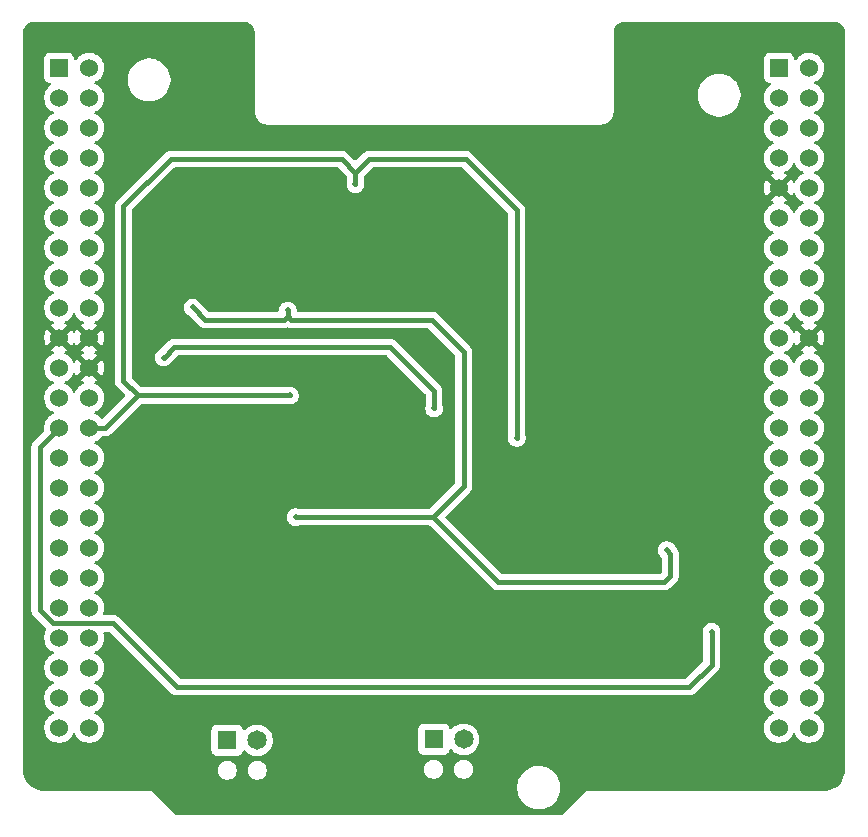
<source format=gbl>
%TF.GenerationSoftware,KiCad,Pcbnew,9.0.7-9.0.7~ubuntu24.04.1*%
%TF.CreationDate,2026-01-13T16:36:11+01:00*%
%TF.ProjectId,analogIO,616e616c-6f67-4494-9f2e-6b696361645f,1.0*%
%TF.SameCoordinates,Original*%
%TF.FileFunction,Copper,L4,Bot*%
%TF.FilePolarity,Positive*%
%FSLAX46Y46*%
G04 Gerber Fmt 4.6, Leading zero omitted, Abs format (unit mm)*
G04 Created by KiCad (PCBNEW 9.0.7-9.0.7~ubuntu24.04.1) date 2026-01-13 16:36:11*
%MOMM*%
%LPD*%
G01*
G04 APERTURE LIST*
%TA.AperFunction,ComponentPad*%
%ADD10R,1.530000X1.530000*%
%TD*%
%TA.AperFunction,ComponentPad*%
%ADD11C,1.530000*%
%TD*%
%TA.AperFunction,ComponentPad*%
%ADD12R,1.650000X1.650000*%
%TD*%
%TA.AperFunction,ComponentPad*%
%ADD13C,1.650000*%
%TD*%
%TA.AperFunction,ViaPad*%
%ADD14C,0.500000*%
%TD*%
%TA.AperFunction,Conductor*%
%ADD15C,0.400000*%
%TD*%
G04 APERTURE END LIST*
D10*
%TO.P,J4,1,Pin_1*%
%TO.N,unconnected-(J4-Pin_1-Pad1)*%
X180200000Y-52560000D03*
D11*
%TO.P,J4,2,Pin_2*%
%TO.N,unconnected-(J4-Pin_2-Pad2)*%
X182740000Y-52560000D03*
%TO.P,J4,3,Pin_3*%
%TO.N,unconnected-(J4-Pin_3-Pad3)*%
X180200000Y-55100000D03*
%TO.P,J4,4,Pin_4*%
%TO.N,unconnected-(J4-Pin_4-Pad4)*%
X182740000Y-55100000D03*
%TO.P,J4,5,Pin_5*%
%TO.N,unconnected-(J4-Pin_5-Pad5)*%
X180200000Y-57640000D03*
%TO.P,J4,6,Pin_6*%
%TO.N,unconnected-(J4-Pin_6-Pad6)*%
X182740000Y-57640000D03*
%TO.P,J4,7,Pin_7*%
%TO.N,unconnected-(J4-Pin_7-Pad7)*%
X180200000Y-60180000D03*
%TO.P,J4,8,Pin_8*%
%TO.N,unconnected-(J4-Pin_8-Pad8)*%
X182740000Y-60180000D03*
%TO.P,J4,9,Pin_9*%
%TO.N,GND*%
X180200000Y-62720000D03*
%TO.P,J4,10,Pin_10*%
%TO.N,unconnected-(J4-Pin_10-Pad10)*%
X182740000Y-62720000D03*
%TO.P,J4,11,Pin_11*%
%TO.N,AO_1*%
X180200000Y-65260000D03*
%TO.P,J4,12,Pin_12*%
%TO.N,unconnected-(J4-Pin_12-Pad12)*%
X182740000Y-65260000D03*
%TO.P,J4,13,Pin_13*%
%TO.N,unconnected-(J4-Pin_13-Pad13)*%
X180200000Y-67800000D03*
%TO.P,J4,14,Pin_14*%
%TO.N,unconnected-(J4-Pin_14-Pad14)*%
X182740000Y-67800000D03*
%TO.P,J4,15,Pin_15*%
%TO.N,unconnected-(J4-Pin_15-Pad15)*%
X180200000Y-70340000D03*
%TO.P,J4,16,Pin_16*%
%TO.N,unconnected-(J4-Pin_16-Pad16)*%
X182740000Y-70340000D03*
%TO.P,J4,17,Pin_17*%
%TO.N,unconnected-(J4-Pin_17-Pad17)*%
X180200000Y-72880000D03*
%TO.P,J4,18,Pin_18*%
%TO.N,unconnected-(J4-Pin_18-Pad18)*%
X182740000Y-72880000D03*
%TO.P,J4,19,Pin_19*%
%TO.N,unconnected-(J4-Pin_19-Pad19)*%
X180200000Y-75420000D03*
%TO.P,J4,20,Pin_20*%
%TO.N,GND*%
X182740000Y-75420000D03*
%TO.P,J4,21,Pin_21*%
%TO.N,unconnected-(J4-Pin_21-Pad21)*%
X180200000Y-77960000D03*
%TO.P,J4,22,Pin_22*%
%TO.N,unconnected-(J4-Pin_22-Pad22)*%
X182740000Y-77960000D03*
%TO.P,J4,23,Pin_23*%
%TO.N,unconnected-(J4-Pin_23-Pad23)*%
X180200000Y-80500000D03*
%TO.P,J4,24,Pin_24*%
%TO.N,unconnected-(J4-Pin_24-Pad24)*%
X182740000Y-80500000D03*
%TO.P,J4,25,Pin_25*%
%TO.N,unconnected-(J4-Pin_25-Pad25)*%
X180200000Y-83040000D03*
%TO.P,J4,26,Pin_26*%
%TO.N,unconnected-(J4-Pin_26-Pad26)*%
X182740000Y-83040000D03*
%TO.P,J4,27,Pin_27*%
%TO.N,unconnected-(J4-Pin_27-Pad27)*%
X180200000Y-85580000D03*
%TO.P,J4,28,Pin_28*%
%TO.N,unconnected-(J4-Pin_28-Pad28)*%
X182740000Y-85580000D03*
%TO.P,J4,29,Pin_29*%
%TO.N,unconnected-(J4-Pin_29-Pad29)*%
X180200000Y-88120000D03*
%TO.P,J4,30,Pin_30*%
%TO.N,unconnected-(J4-Pin_30-Pad30)*%
X182740000Y-88120000D03*
%TO.P,J4,31,Pin_31*%
%TO.N,unconnected-(J4-Pin_31-Pad31)*%
X180200000Y-90660000D03*
%TO.P,J4,32,Pin_32*%
%TO.N,unconnected-(J4-Pin_32-Pad32)*%
X182740000Y-90660000D03*
%TO.P,J4,33,Pin_33*%
%TO.N,unconnected-(J4-Pin_33-Pad33)*%
X180200000Y-93200000D03*
%TO.P,J4,34,Pin_34*%
%TO.N,unconnected-(J4-Pin_34-Pad34)*%
X182740000Y-93200000D03*
%TO.P,J4,35,Pin_35*%
%TO.N,AI_0*%
X180200000Y-95740000D03*
%TO.P,J4,36,Pin_36*%
%TO.N,unconnected-(J4-Pin_36-Pad36)*%
X182740000Y-95740000D03*
%TO.P,J4,37,Pin_37*%
%TO.N,AI_1*%
X180200000Y-98280000D03*
%TO.P,J4,38,Pin_38*%
%TO.N,unconnected-(J4-Pin_38-Pad38)*%
X182740000Y-98280000D03*
%TO.P,J4,39,Pin_39*%
%TO.N,unconnected-(J4-Pin_39-Pad39)*%
X180200000Y-100820000D03*
%TO.P,J4,40,Pin_40*%
%TO.N,unconnected-(J4-Pin_40-Pad40)*%
X182740000Y-100820000D03*
%TO.P,J4,41,Pin_41*%
%TO.N,unconnected-(J4-Pin_41-Pad41)*%
X180200000Y-103360000D03*
%TO.P,J4,42,Pin_42*%
%TO.N,unconnected-(J4-Pin_42-Pad42)*%
X182740000Y-103360000D03*
%TO.P,J4,43,Pin_43*%
%TO.N,unconnected-(J4-Pin_43-Pad43)*%
X180200000Y-105900000D03*
%TO.P,J4,44,Pin_44*%
%TO.N,unconnected-(J4-Pin_44-Pad44)*%
X182740000Y-105900000D03*
%TO.P,J4,45,Pin_45*%
%TO.N,unconnected-(J4-Pin_45-Pad45)*%
X180200000Y-108440000D03*
%TO.P,J4,46,Pin_46*%
%TO.N,unconnected-(J4-Pin_46-Pad46)*%
X182740000Y-108440000D03*
%TD*%
D10*
%TO.P,J3,1,Pin_1*%
%TO.N,unconnected-(J3-Pin_1-Pad1)*%
X119260000Y-52560000D03*
D11*
%TO.P,J3,2,Pin_2*%
%TO.N,unconnected-(J3-Pin_2-Pad2)*%
X121800000Y-52560000D03*
%TO.P,J3,3,Pin_3*%
%TO.N,unconnected-(J3-Pin_3-Pad3)*%
X119260000Y-55100000D03*
%TO.P,J3,4,Pin_4*%
%TO.N,unconnected-(J3-Pin_4-Pad4)*%
X121800000Y-55100000D03*
%TO.P,J3,5,Pin_5*%
%TO.N,unconnected-(J3-Pin_5-Pad5)*%
X119260000Y-57640000D03*
%TO.P,J3,6,Pin_6*%
%TO.N,unconnected-(J3-Pin_6-Pad6)*%
X121800000Y-57640000D03*
%TO.P,J3,7,Pin_7*%
%TO.N,unconnected-(J3-Pin_7-Pad7)*%
X119260000Y-60180000D03*
%TO.P,J3,8,Pin_8*%
%TO.N,unconnected-(J3-Pin_8-Pad8)*%
X121800000Y-60180000D03*
%TO.P,J3,9,Pin_9*%
%TO.N,unconnected-(J3-Pin_9-Pad9)*%
X119260000Y-62720000D03*
%TO.P,J3,10,Pin_10*%
%TO.N,+15V*%
X121800000Y-62720000D03*
%TO.P,J3,11,Pin_11*%
%TO.N,unconnected-(J3-Pin_11-Pad11)*%
X119260000Y-65260000D03*
%TO.P,J3,12,Pin_12*%
%TO.N,unconnected-(J3-Pin_12-Pad12)*%
X121800000Y-65260000D03*
%TO.P,J3,13,Pin_13*%
%TO.N,unconnected-(J3-Pin_13-Pad13)*%
X119260000Y-67800000D03*
%TO.P,J3,14,Pin_14*%
%TO.N,unconnected-(J3-Pin_14-Pad14)*%
X121800000Y-67800000D03*
%TO.P,J3,15,Pin_15*%
%TO.N,unconnected-(J3-Pin_15-Pad15)*%
X119260000Y-70340000D03*
%TO.P,J3,16,Pin_16*%
%TO.N,unconnected-(J3-Pin_16-Pad16)*%
X121800000Y-70340000D03*
%TO.P,J3,17,Pin_17*%
%TO.N,unconnected-(J3-Pin_17-Pad17)*%
X119260000Y-72880000D03*
%TO.P,J3,18,Pin_18*%
%TO.N,unconnected-(J3-Pin_18-Pad18)*%
X121800000Y-72880000D03*
%TO.P,J3,19,Pin_19*%
%TO.N,GND*%
X119260000Y-75420000D03*
%TO.P,J3,20,Pin_20*%
X121800000Y-75420000D03*
%TO.P,J3,21,Pin_21*%
%TO.N,unconnected-(J3-Pin_21-Pad21)*%
X119260000Y-77960000D03*
%TO.P,J3,22,Pin_22*%
%TO.N,GND*%
X121800000Y-77960000D03*
%TO.P,J3,23,Pin_23*%
%TO.N,unconnected-(J3-Pin_23-Pad23)*%
X119260000Y-80500000D03*
%TO.P,J3,24,Pin_24*%
%TO.N,unconnected-(J3-Pin_24-Pad24)*%
X121800000Y-80500000D03*
%TO.P,J3,25,Pin_25*%
%TO.N,+3V3*%
X119260000Y-83040000D03*
%TO.P,J3,26,Pin_26*%
%TO.N,-15V*%
X121800000Y-83040000D03*
%TO.P,J3,27,Pin_27*%
%TO.N,+5V*%
X119260000Y-85580000D03*
%TO.P,J3,28,Pin_28*%
%TO.N,unconnected-(J3-Pin_28-Pad28)*%
X121800000Y-85580000D03*
%TO.P,J3,29,Pin_29*%
%TO.N,unconnected-(J3-Pin_29-Pad29)*%
X119260000Y-88120000D03*
%TO.P,J3,30,Pin_30*%
%TO.N,unconnected-(J3-Pin_30-Pad30)*%
X121800000Y-88120000D03*
%TO.P,J3,31,Pin_31*%
%TO.N,unconnected-(J3-Pin_31-Pad31)*%
X119260000Y-90660000D03*
%TO.P,J3,32,Pin_32*%
%TO.N,AO_0*%
X121800000Y-90660000D03*
%TO.P,J3,33,Pin_33*%
%TO.N,unconnected-(J3-Pin_33-Pad33)*%
X119260000Y-93200000D03*
%TO.P,J3,34,Pin_34*%
%TO.N,unconnected-(J3-Pin_34-Pad34)*%
X121800000Y-93200000D03*
%TO.P,J3,35,Pin_35*%
%TO.N,unconnected-(J3-Pin_35-Pad35)*%
X119260000Y-95740000D03*
%TO.P,J3,36,Pin_36*%
%TO.N,unconnected-(J3-Pin_36-Pad36)*%
X121800000Y-95740000D03*
%TO.P,J3,37,Pin_37*%
%TO.N,unconnected-(J3-Pin_37-Pad37)*%
X119260000Y-98280000D03*
%TO.P,J3,38,Pin_38*%
%TO.N,unconnected-(J3-Pin_38-Pad38)*%
X121800000Y-98280000D03*
%TO.P,J3,39,Pin_39*%
%TO.N,unconnected-(J3-Pin_39-Pad39)*%
X119260000Y-100820000D03*
%TO.P,J3,40,Pin_40*%
%TO.N,unconnected-(J3-Pin_40-Pad40)*%
X121800000Y-100820000D03*
%TO.P,J3,41,Pin_41*%
%TO.N,unconnected-(J3-Pin_41-Pad41)*%
X119260000Y-103360000D03*
%TO.P,J3,42,Pin_42*%
%TO.N,unconnected-(J3-Pin_42-Pad42)*%
X121800000Y-103360000D03*
%TO.P,J3,43,Pin_43*%
%TO.N,unconnected-(J3-Pin_43-Pad43)*%
X119260000Y-105900000D03*
%TO.P,J3,44,Pin_44*%
%TO.N,unconnected-(J3-Pin_44-Pad44)*%
X121800000Y-105900000D03*
%TO.P,J3,45,Pin_45*%
%TO.N,unconnected-(J3-Pin_45-Pad45)*%
X119260000Y-108440000D03*
%TO.P,J3,46,Pin_46*%
%TO.N,unconnected-(J3-Pin_46-Pad46)*%
X121800000Y-108440000D03*
%TD*%
D12*
%TO.P,J2,1,Pin_1*%
%TO.N,ANALOG_OUT0*%
X133480000Y-109500000D03*
D13*
%TO.P,J2,2,Pin_2*%
%TO.N,ANALOG_OUT1*%
X136020000Y-109500000D03*
%TD*%
D12*
%TO.P,J1,1,Pin_1*%
%TO.N,ANALOG_IN0*%
X150960000Y-109415000D03*
D13*
%TO.P,J1,2,Pin_2*%
%TO.N,ANALOG_IN1*%
X153500000Y-109415000D03*
%TD*%
D14*
%TO.N,+15V*%
X130550000Y-72850000D03*
X138612500Y-73100000D03*
X139300000Y-90600000D03*
X170700000Y-93400000D03*
%TO.N,GND*%
X159615000Y-83283750D03*
X161500000Y-90443750D03*
X158390000Y-97033750D03*
X148200000Y-79350000D03*
X158390000Y-95033750D03*
X141550000Y-64695000D03*
X146725000Y-63075000D03*
X136225000Y-61475000D03*
X173865000Y-78658750D03*
X138725000Y-81915000D03*
X141550000Y-71950000D03*
X134225000Y-61475000D03*
X167250000Y-78808750D03*
X166065000Y-102008750D03*
X138475000Y-89415000D03*
X159615000Y-85283750D03*
X144000000Y-102415000D03*
X148725000Y-63050000D03*
X172615000Y-102308750D03*
X169250000Y-90193750D03*
X160500000Y-102415000D03*
X130450000Y-78000000D03*
%TO.N,-15V*%
X138800000Y-80300000D03*
X158000000Y-83900000D03*
X144337500Y-62400000D03*
%TO.N,+3V3*%
X174500000Y-100300000D03*
%TO.N,+5V*%
X151000000Y-81400000D03*
X128100000Y-77100000D03*
%TD*%
D15*
%TO.N,+15V*%
X138300000Y-73900000D02*
X138612500Y-73587500D01*
X130550000Y-72850000D02*
X131600000Y-73900000D01*
X131600000Y-73900000D02*
X138300000Y-73900000D01*
X150800000Y-73900000D02*
X138925000Y-73900000D01*
X171000000Y-93700000D02*
X171000000Y-95600000D01*
X153500000Y-88000000D02*
X153500000Y-76600000D01*
X150900000Y-90600000D02*
X139300000Y-90600000D01*
X150900000Y-90600000D02*
X153500000Y-88000000D01*
X171000000Y-95600000D02*
X170500000Y-96100000D01*
X153500000Y-76600000D02*
X150800000Y-73900000D01*
X138612500Y-73100000D02*
X138612500Y-73587500D01*
X170500000Y-96100000D02*
X156400000Y-96100000D01*
X170700000Y-93400000D02*
X171000000Y-93700000D01*
X138925000Y-73900000D02*
X138612500Y-73587500D01*
X156400000Y-96100000D02*
X150900000Y-90600000D01*
%TO.N,-15V*%
X153700000Y-60300000D02*
X145475000Y-60300000D01*
X121800000Y-83040000D02*
X123160000Y-83040000D01*
X144337500Y-62400000D02*
X144337500Y-61437500D01*
X124700000Y-79100000D02*
X125900000Y-80300000D01*
X158000000Y-83900000D02*
X158000000Y-64600000D01*
X125900000Y-80300000D02*
X138800000Y-80300000D01*
X145475000Y-60300000D02*
X144337500Y-61437500D01*
X125400000Y-80800000D02*
X125900000Y-80300000D01*
X144337500Y-61437500D02*
X143200000Y-60300000D01*
X123160000Y-83040000D02*
X125400000Y-80800000D01*
X124700000Y-64300000D02*
X124700000Y-79100000D01*
X158000000Y-64600000D02*
X153700000Y-60300000D01*
X143200000Y-60300000D02*
X128700000Y-60300000D01*
X128700000Y-60300000D02*
X124700000Y-64300000D01*
%TO.N,+3V3*%
X174500000Y-100300000D02*
X174500000Y-103100000D01*
X117600000Y-98500000D02*
X117600000Y-84700000D01*
X172600000Y-105000000D02*
X129200000Y-105000000D01*
X118700000Y-99600000D02*
X117600000Y-98500000D01*
X129200000Y-105000000D02*
X123800000Y-99600000D01*
X123800000Y-99600000D02*
X118700000Y-99600000D01*
X117600000Y-84700000D02*
X119260000Y-83040000D01*
X174500000Y-103100000D02*
X172600000Y-105000000D01*
%TO.N,+5V*%
X151000000Y-79900000D02*
X151000000Y-81400000D01*
X128100000Y-77100000D02*
X129000000Y-76200000D01*
X129000000Y-76200000D02*
X147300000Y-76200000D01*
X147300000Y-76200000D02*
X151000000Y-79900000D01*
%TD*%
%TA.AperFunction,Conductor*%
%TO.N,GND*%
G36*
X121324755Y-78156853D02*
G01*
X121391898Y-78273147D01*
X121486853Y-78368102D01*
X121603147Y-78435245D01*
X121662425Y-78451128D01*
X121099134Y-79014417D01*
X121136994Y-79041924D01*
X121288722Y-79119234D01*
X121339518Y-79167209D01*
X121356313Y-79235030D01*
X121333776Y-79301165D01*
X121288723Y-79340203D01*
X121136735Y-79417645D01*
X121023997Y-79499555D01*
X120975582Y-79534731D01*
X120975580Y-79534733D01*
X120975579Y-79534733D01*
X120834733Y-79675579D01*
X120834733Y-79675580D01*
X120834731Y-79675582D01*
X120804602Y-79717051D01*
X120717647Y-79836733D01*
X120640485Y-79988172D01*
X120592510Y-80038968D01*
X120524689Y-80055763D01*
X120458554Y-80033225D01*
X120419515Y-79988172D01*
X120342352Y-79836733D01*
X120338188Y-79831002D01*
X120225269Y-79675582D01*
X120084418Y-79534731D01*
X119923266Y-79417647D01*
X119771827Y-79340485D01*
X119721031Y-79292510D01*
X119704236Y-79224689D01*
X119726773Y-79158554D01*
X119771827Y-79119515D01*
X119781116Y-79114781D01*
X119923266Y-79042353D01*
X120084418Y-78925269D01*
X120225269Y-78784418D01*
X120342353Y-78623266D01*
X120419795Y-78471276D01*
X120467769Y-78420481D01*
X120535590Y-78403686D01*
X120601725Y-78426223D01*
X120640765Y-78471277D01*
X120718077Y-78623008D01*
X120745580Y-78660863D01*
X120745581Y-78660864D01*
X121308871Y-78097574D01*
X121324755Y-78156853D01*
G37*
%TD.AperFunction*%
%TA.AperFunction,Conductor*%
G36*
X121324755Y-75616853D02*
G01*
X121391898Y-75733147D01*
X121486853Y-75828102D01*
X121603147Y-75895245D01*
X121662425Y-75911128D01*
X121099134Y-76474417D01*
X121136999Y-76501928D01*
X121289272Y-76579516D01*
X121340068Y-76627490D01*
X121356863Y-76695311D01*
X121334325Y-76761446D01*
X121289272Y-76800484D01*
X121136996Y-76878073D01*
X121136995Y-76878074D01*
X121099135Y-76905580D01*
X121099135Y-76905581D01*
X121662425Y-77468871D01*
X121603147Y-77484755D01*
X121486853Y-77551898D01*
X121391898Y-77646853D01*
X121324755Y-77763147D01*
X121308871Y-77822425D01*
X120745581Y-77259135D01*
X120745580Y-77259135D01*
X120718075Y-77296993D01*
X120640764Y-77448723D01*
X120592790Y-77499518D01*
X120524969Y-77516313D01*
X120458834Y-77493775D01*
X120419795Y-77448722D01*
X120388299Y-77386909D01*
X120342353Y-77296734D01*
X120225269Y-77135582D01*
X120084418Y-76994731D01*
X119923266Y-76877647D01*
X119923262Y-76877645D01*
X119771277Y-76800204D01*
X119720481Y-76752229D01*
X119703686Y-76684408D01*
X119726224Y-76618273D01*
X119771277Y-76579234D01*
X119923005Y-76501924D01*
X119960863Y-76474418D01*
X119960863Y-76474417D01*
X119397574Y-75911128D01*
X119456853Y-75895245D01*
X119573147Y-75828102D01*
X119668102Y-75733147D01*
X119735245Y-75616853D01*
X119751128Y-75557574D01*
X120314417Y-76120863D01*
X120314418Y-76120863D01*
X120341924Y-76083005D01*
X120419515Y-75930727D01*
X120467490Y-75879931D01*
X120535311Y-75863136D01*
X120601446Y-75885674D01*
X120640485Y-75930727D01*
X120718077Y-76083008D01*
X120745580Y-76120863D01*
X120745581Y-76120864D01*
X121308871Y-75557574D01*
X121324755Y-75616853D01*
G37*
%TD.AperFunction*%
%TA.AperFunction,Conductor*%
G36*
X120601446Y-73346773D02*
G01*
X120640485Y-73391827D01*
X120717647Y-73543266D01*
X120834731Y-73704418D01*
X120975582Y-73845269D01*
X121136734Y-73962353D01*
X121226909Y-74008299D01*
X121288722Y-74039795D01*
X121339518Y-74087770D01*
X121356313Y-74155591D01*
X121333776Y-74221726D01*
X121288723Y-74260764D01*
X121136993Y-74338075D01*
X121099135Y-74365580D01*
X121099135Y-74365581D01*
X121662425Y-74928871D01*
X121603147Y-74944755D01*
X121486853Y-75011898D01*
X121391898Y-75106853D01*
X121324755Y-75223147D01*
X121308871Y-75282425D01*
X120745581Y-74719135D01*
X120745580Y-74719135D01*
X120718074Y-74756995D01*
X120718073Y-74756996D01*
X120640484Y-74909272D01*
X120592510Y-74960068D01*
X120524689Y-74976863D01*
X120458554Y-74954325D01*
X120419516Y-74909272D01*
X120341928Y-74756999D01*
X120314417Y-74719135D01*
X120314417Y-74719134D01*
X119751128Y-75282424D01*
X119735245Y-75223147D01*
X119668102Y-75106853D01*
X119573147Y-75011898D01*
X119456853Y-74944755D01*
X119397574Y-74928871D01*
X119960864Y-74365581D01*
X119960863Y-74365580D01*
X119923008Y-74338077D01*
X119771277Y-74260765D01*
X119720481Y-74212790D01*
X119703686Y-74144969D01*
X119726224Y-74078834D01*
X119771277Y-74039795D01*
X119771827Y-74039515D01*
X119923266Y-73962353D01*
X120084418Y-73845269D01*
X120225269Y-73704418D01*
X120342353Y-73543266D01*
X120419515Y-73391827D01*
X120467490Y-73341031D01*
X120535311Y-73324236D01*
X120601446Y-73346773D01*
G37*
%TD.AperFunction*%
%TA.AperFunction,Conductor*%
G36*
X182264755Y-75616853D02*
G01*
X182331898Y-75733147D01*
X182426853Y-75828102D01*
X182543147Y-75895245D01*
X182602425Y-75911128D01*
X182039134Y-76474417D01*
X182076994Y-76501924D01*
X182228722Y-76579234D01*
X182279518Y-76627209D01*
X182296313Y-76695030D01*
X182273776Y-76761165D01*
X182228723Y-76800203D01*
X182076735Y-76877645D01*
X181988822Y-76941519D01*
X181915582Y-76994731D01*
X181915580Y-76994733D01*
X181915579Y-76994733D01*
X181774733Y-77135579D01*
X181774733Y-77135580D01*
X181774731Y-77135582D01*
X181746878Y-77173918D01*
X181657647Y-77296733D01*
X181580485Y-77448172D01*
X181532510Y-77498968D01*
X181464689Y-77515763D01*
X181398554Y-77493225D01*
X181359515Y-77448172D01*
X181317877Y-77366453D01*
X181282353Y-77296734D01*
X181165269Y-77135582D01*
X181024418Y-76994731D01*
X180863266Y-76877647D01*
X180711827Y-76800485D01*
X180661031Y-76752510D01*
X180644236Y-76684689D01*
X180666773Y-76618554D01*
X180711827Y-76579515D01*
X180721116Y-76574781D01*
X180863266Y-76502353D01*
X181024418Y-76385269D01*
X181165269Y-76244418D01*
X181282353Y-76083266D01*
X181359795Y-75931276D01*
X181407769Y-75880481D01*
X181475590Y-75863686D01*
X181541725Y-75886223D01*
X181580765Y-75931277D01*
X181658077Y-76083008D01*
X181685580Y-76120863D01*
X181685581Y-76120864D01*
X182248871Y-75557574D01*
X182264755Y-75616853D01*
G37*
%TD.AperFunction*%
%TA.AperFunction,Conductor*%
G36*
X181541446Y-73346773D02*
G01*
X181580485Y-73391827D01*
X181657647Y-73543266D01*
X181774731Y-73704418D01*
X181915582Y-73845269D01*
X182076734Y-73962353D01*
X182166909Y-74008299D01*
X182228722Y-74039795D01*
X182279518Y-74087770D01*
X182296313Y-74155591D01*
X182273776Y-74221726D01*
X182228723Y-74260764D01*
X182076993Y-74338075D01*
X182039135Y-74365580D01*
X182039135Y-74365581D01*
X182602425Y-74928871D01*
X182543147Y-74944755D01*
X182426853Y-75011898D01*
X182331898Y-75106853D01*
X182264755Y-75223147D01*
X182248871Y-75282425D01*
X181685581Y-74719135D01*
X181685580Y-74719135D01*
X181658075Y-74756993D01*
X181580764Y-74908723D01*
X181532790Y-74959518D01*
X181464969Y-74976313D01*
X181398834Y-74953775D01*
X181359795Y-74908722D01*
X181282486Y-74756996D01*
X181282353Y-74756734D01*
X181165269Y-74595582D01*
X181024418Y-74454731D01*
X180863266Y-74337647D01*
X180711827Y-74260485D01*
X180661031Y-74212510D01*
X180644236Y-74144689D01*
X180666773Y-74078554D01*
X180711827Y-74039515D01*
X180721116Y-74034781D01*
X180863266Y-73962353D01*
X181024418Y-73845269D01*
X181165269Y-73704418D01*
X181282353Y-73543266D01*
X181359515Y-73391827D01*
X181407490Y-73341031D01*
X181475311Y-73324236D01*
X181541446Y-73346773D01*
G37*
%TD.AperFunction*%
%TA.AperFunction,Conductor*%
G36*
X181254417Y-63420863D02*
G01*
X181254418Y-63420863D01*
X181281924Y-63383005D01*
X181359234Y-63231277D01*
X181407208Y-63180481D01*
X181475029Y-63163686D01*
X181541164Y-63186223D01*
X181580204Y-63231277D01*
X181657514Y-63383005D01*
X181657647Y-63383266D01*
X181774731Y-63544418D01*
X181915582Y-63685269D01*
X182076734Y-63802353D01*
X182146453Y-63837877D01*
X182228172Y-63879515D01*
X182278968Y-63927490D01*
X182295763Y-63995311D01*
X182273225Y-64061446D01*
X182228172Y-64100485D01*
X182076733Y-64177647D01*
X182003290Y-64231007D01*
X181915582Y-64294731D01*
X181915580Y-64294733D01*
X181915579Y-64294733D01*
X181774733Y-64435579D01*
X181774733Y-64435580D01*
X181774731Y-64435582D01*
X181724447Y-64504790D01*
X181657647Y-64596733D01*
X181580485Y-64748172D01*
X181532510Y-64798968D01*
X181464689Y-64815763D01*
X181398554Y-64793225D01*
X181359515Y-64748172D01*
X181282352Y-64596733D01*
X181165269Y-64435582D01*
X181024418Y-64294731D01*
X180863266Y-64177647D01*
X180863262Y-64177645D01*
X180711277Y-64100204D01*
X180660481Y-64052229D01*
X180643686Y-63984408D01*
X180666224Y-63918273D01*
X180711277Y-63879234D01*
X180863005Y-63801924D01*
X180900863Y-63774418D01*
X180900863Y-63774417D01*
X180337574Y-63211128D01*
X180396853Y-63195245D01*
X180513147Y-63128102D01*
X180608102Y-63033147D01*
X180675245Y-62916853D01*
X180691128Y-62857574D01*
X181254417Y-63420863D01*
G37*
%TD.AperFunction*%
%TA.AperFunction,Conductor*%
G36*
X181541446Y-60646773D02*
G01*
X181580485Y-60691827D01*
X181657647Y-60843266D01*
X181774731Y-61004418D01*
X181915582Y-61145269D01*
X182076734Y-61262353D01*
X182146453Y-61297877D01*
X182228172Y-61339515D01*
X182278968Y-61387490D01*
X182295763Y-61455311D01*
X182273225Y-61521446D01*
X182228172Y-61560485D01*
X182076733Y-61637647D01*
X182038286Y-61665581D01*
X181915582Y-61754731D01*
X181915580Y-61754733D01*
X181915579Y-61754733D01*
X181774733Y-61895579D01*
X181774733Y-61895580D01*
X181774731Y-61895582D01*
X181739555Y-61943997D01*
X181657645Y-62056735D01*
X181580203Y-62208723D01*
X181532229Y-62259518D01*
X181464408Y-62276313D01*
X181398273Y-62253775D01*
X181359234Y-62208722D01*
X181281924Y-62056994D01*
X181254417Y-62019135D01*
X181254417Y-62019134D01*
X180691128Y-62582424D01*
X180675245Y-62523147D01*
X180608102Y-62406853D01*
X180513147Y-62311898D01*
X180396853Y-62244755D01*
X180337574Y-62228871D01*
X180900864Y-61665581D01*
X180900863Y-61665580D01*
X180863008Y-61638077D01*
X180711277Y-61560765D01*
X180660481Y-61512790D01*
X180643686Y-61444969D01*
X180666224Y-61378834D01*
X180711277Y-61339795D01*
X180711827Y-61339515D01*
X180863266Y-61262353D01*
X181024418Y-61145269D01*
X181165269Y-61004418D01*
X181282353Y-60843266D01*
X181359515Y-60691827D01*
X181407490Y-60641031D01*
X181475311Y-60624236D01*
X181541446Y-60646773D01*
G37*
%TD.AperFunction*%
%TA.AperFunction,Conductor*%
G36*
X135006061Y-48701097D02*
G01*
X135016051Y-48702080D01*
X135143824Y-48714665D01*
X135167652Y-48719404D01*
X135294277Y-48757815D01*
X135316725Y-48767114D01*
X135433406Y-48829482D01*
X135453616Y-48842986D01*
X135555891Y-48926920D01*
X135573079Y-48944108D01*
X135657012Y-49046381D01*
X135670517Y-49066593D01*
X135732883Y-49183271D01*
X135742186Y-49205728D01*
X135780593Y-49332338D01*
X135785335Y-49356180D01*
X135798903Y-49493938D01*
X135799500Y-49506092D01*
X135799500Y-56264486D01*
X135829059Y-56451118D01*
X135887454Y-56630836D01*
X135917854Y-56690498D01*
X135973240Y-56799199D01*
X136084310Y-56952073D01*
X136217927Y-57085690D01*
X136370801Y-57196760D01*
X136450347Y-57237290D01*
X136539163Y-57282545D01*
X136539165Y-57282545D01*
X136539168Y-57282547D01*
X136635497Y-57313846D01*
X136718881Y-57340940D01*
X136905514Y-57370500D01*
X136905519Y-57370500D01*
X165094486Y-57370500D01*
X165281118Y-57340940D01*
X165460832Y-57282547D01*
X165629199Y-57196760D01*
X165782073Y-57085690D01*
X165915690Y-56952073D01*
X166026760Y-56799199D01*
X166112547Y-56630832D01*
X166170940Y-56451118D01*
X166181106Y-56386934D01*
X166200500Y-56264486D01*
X166200500Y-54750684D01*
X173309500Y-54750684D01*
X173309500Y-54989315D01*
X173309501Y-54989332D01*
X173337182Y-55199596D01*
X173340649Y-55225924D01*
X173340739Y-55226260D01*
X173402415Y-55456436D01*
X173493734Y-55676902D01*
X173493740Y-55676914D01*
X173613062Y-55883586D01*
X173613064Y-55883589D01*
X173613065Y-55883590D01*
X173758337Y-56072912D01*
X173758343Y-56072919D01*
X173927080Y-56241656D01*
X173927087Y-56241662D01*
X173956825Y-56264481D01*
X174116414Y-56386938D01*
X174323086Y-56506260D01*
X174323091Y-56506262D01*
X174323097Y-56506265D01*
X174418109Y-56545620D01*
X174543564Y-56597585D01*
X174774076Y-56659351D01*
X175010678Y-56690500D01*
X175010685Y-56690500D01*
X175249315Y-56690500D01*
X175249322Y-56690500D01*
X175485924Y-56659351D01*
X175716436Y-56597585D01*
X175936914Y-56506260D01*
X176143586Y-56386938D01*
X176332914Y-56241661D01*
X176501661Y-56072914D01*
X176646938Y-55883586D01*
X176766260Y-55676914D01*
X176857585Y-55456436D01*
X176919351Y-55225924D01*
X176950500Y-54989322D01*
X176950500Y-54750678D01*
X176919351Y-54514076D01*
X176857585Y-54283564D01*
X176766260Y-54063086D01*
X176646938Y-53856414D01*
X176534065Y-53709315D01*
X176501662Y-53667087D01*
X176501656Y-53667080D01*
X176332919Y-53498343D01*
X176332912Y-53498337D01*
X176143590Y-53353065D01*
X176143589Y-53353064D01*
X176143586Y-53353062D01*
X175936914Y-53233740D01*
X175936902Y-53233734D01*
X175716436Y-53142415D01*
X175485920Y-53080648D01*
X175249332Y-53049501D01*
X175249327Y-53049500D01*
X175249322Y-53049500D01*
X175010678Y-53049500D01*
X175010672Y-53049500D01*
X175010667Y-53049501D01*
X174774079Y-53080648D01*
X174543563Y-53142415D01*
X174323097Y-53233734D01*
X174323083Y-53233741D01*
X174116409Y-53353065D01*
X173927087Y-53498337D01*
X173927080Y-53498343D01*
X173758343Y-53667080D01*
X173758337Y-53667087D01*
X173613065Y-53856409D01*
X173493741Y-54063083D01*
X173493734Y-54063097D01*
X173402415Y-54283563D01*
X173340648Y-54514079D01*
X173309501Y-54750667D01*
X173309500Y-54750684D01*
X166200500Y-54750684D01*
X166200500Y-51747135D01*
X178934500Y-51747135D01*
X178934500Y-53372870D01*
X178934501Y-53372876D01*
X178940908Y-53432483D01*
X178991202Y-53567328D01*
X178991206Y-53567335D01*
X179077452Y-53682544D01*
X179077455Y-53682547D01*
X179192664Y-53768793D01*
X179192671Y-53768797D01*
X179327517Y-53819091D01*
X179327516Y-53819091D01*
X179334444Y-53819835D01*
X179387127Y-53825500D01*
X179419568Y-53825499D01*
X179486605Y-53845182D01*
X179532361Y-53897984D01*
X179542306Y-53967143D01*
X179513283Y-54030699D01*
X179492455Y-54049816D01*
X179375582Y-54134730D01*
X179234733Y-54275579D01*
X179234733Y-54275580D01*
X179234731Y-54275582D01*
X179228932Y-54283564D01*
X179117647Y-54436733D01*
X179027213Y-54614219D01*
X178965661Y-54803656D01*
X178965661Y-54803659D01*
X178934500Y-55000403D01*
X178934500Y-55199596D01*
X178965661Y-55396340D01*
X178965661Y-55396343D01*
X179027213Y-55585780D01*
X179117647Y-55763266D01*
X179234731Y-55924418D01*
X179375582Y-56065269D01*
X179536734Y-56182353D01*
X179606453Y-56217877D01*
X179688172Y-56259515D01*
X179738968Y-56307490D01*
X179755763Y-56375311D01*
X179733225Y-56441446D01*
X179688172Y-56480485D01*
X179536733Y-56557647D01*
X179481764Y-56597585D01*
X179375582Y-56674731D01*
X179375580Y-56674733D01*
X179375579Y-56674733D01*
X179234733Y-56815579D01*
X179234733Y-56815580D01*
X179234731Y-56815582D01*
X179184447Y-56884790D01*
X179117647Y-56976733D01*
X179027213Y-57154219D01*
X178965661Y-57343656D01*
X178965661Y-57343659D01*
X178934500Y-57540403D01*
X178934500Y-57739596D01*
X178965661Y-57936340D01*
X178965661Y-57936343D01*
X179027213Y-58125780D01*
X179040485Y-58151827D01*
X179117647Y-58303266D01*
X179234731Y-58464418D01*
X179375582Y-58605269D01*
X179536734Y-58722353D01*
X179606453Y-58757877D01*
X179688172Y-58799515D01*
X179738968Y-58847490D01*
X179755763Y-58915311D01*
X179733225Y-58981446D01*
X179688172Y-59020485D01*
X179536733Y-59097647D01*
X179444790Y-59164447D01*
X179375582Y-59214731D01*
X179375580Y-59214733D01*
X179375579Y-59214733D01*
X179234733Y-59355579D01*
X179234733Y-59355580D01*
X179234731Y-59355582D01*
X179184447Y-59424790D01*
X179117647Y-59516733D01*
X179027213Y-59694219D01*
X178965661Y-59883656D01*
X178965661Y-59883659D01*
X178934500Y-60080403D01*
X178934500Y-60279596D01*
X178965661Y-60476340D01*
X178965661Y-60476343D01*
X179027213Y-60665780D01*
X179027215Y-60665783D01*
X179117647Y-60843266D01*
X179234731Y-61004418D01*
X179375582Y-61145269D01*
X179536734Y-61262353D01*
X179626909Y-61308299D01*
X179688722Y-61339795D01*
X179739518Y-61387770D01*
X179756313Y-61455591D01*
X179733776Y-61521726D01*
X179688723Y-61560764D01*
X179536993Y-61638075D01*
X179499135Y-61665580D01*
X179499135Y-61665581D01*
X180062425Y-62228871D01*
X180003147Y-62244755D01*
X179886853Y-62311898D01*
X179791898Y-62406853D01*
X179724755Y-62523147D01*
X179708871Y-62582425D01*
X179145581Y-62019135D01*
X179145580Y-62019135D01*
X179118077Y-62056990D01*
X179027679Y-62234405D01*
X178966147Y-62423777D01*
X178935000Y-62620436D01*
X178935000Y-62819563D01*
X178966147Y-63016222D01*
X179027679Y-63205594D01*
X179118077Y-63383008D01*
X179145580Y-63420863D01*
X179145581Y-63420864D01*
X179708871Y-62857574D01*
X179724755Y-62916853D01*
X179791898Y-63033147D01*
X179886853Y-63128102D01*
X180003147Y-63195245D01*
X180062425Y-63211128D01*
X179499134Y-63774417D01*
X179536994Y-63801924D01*
X179688722Y-63879234D01*
X179739518Y-63927209D01*
X179756313Y-63995030D01*
X179733776Y-64061165D01*
X179688723Y-64100203D01*
X179536735Y-64177645D01*
X179463290Y-64231007D01*
X179375582Y-64294731D01*
X179375580Y-64294733D01*
X179375579Y-64294733D01*
X179234733Y-64435579D01*
X179234733Y-64435580D01*
X179234731Y-64435582D01*
X179184447Y-64504790D01*
X179117647Y-64596733D01*
X179027213Y-64774219D01*
X178965661Y-64963656D01*
X178965661Y-64963659D01*
X178934500Y-65160403D01*
X178934500Y-65359596D01*
X178965661Y-65556340D01*
X178965661Y-65556343D01*
X179027213Y-65745780D01*
X179040485Y-65771827D01*
X179117647Y-65923266D01*
X179234731Y-66084418D01*
X179375582Y-66225269D01*
X179536734Y-66342353D01*
X179606453Y-66377877D01*
X179688172Y-66419515D01*
X179738968Y-66467490D01*
X179755763Y-66535311D01*
X179733225Y-66601446D01*
X179688172Y-66640485D01*
X179536733Y-66717647D01*
X179444790Y-66784447D01*
X179375582Y-66834731D01*
X179375580Y-66834733D01*
X179375579Y-66834733D01*
X179234733Y-66975579D01*
X179234733Y-66975580D01*
X179234731Y-66975582D01*
X179184447Y-67044790D01*
X179117647Y-67136733D01*
X179027213Y-67314219D01*
X178965661Y-67503656D01*
X178965661Y-67503659D01*
X178934500Y-67700403D01*
X178934500Y-67899596D01*
X178965661Y-68096340D01*
X178965661Y-68096343D01*
X179027213Y-68285780D01*
X179040485Y-68311827D01*
X179117647Y-68463266D01*
X179234731Y-68624418D01*
X179375582Y-68765269D01*
X179536734Y-68882353D01*
X179606453Y-68917877D01*
X179688172Y-68959515D01*
X179738968Y-69007490D01*
X179755763Y-69075311D01*
X179733225Y-69141446D01*
X179688172Y-69180485D01*
X179536733Y-69257647D01*
X179444790Y-69324447D01*
X179375582Y-69374731D01*
X179375580Y-69374733D01*
X179375579Y-69374733D01*
X179234733Y-69515579D01*
X179234733Y-69515580D01*
X179234731Y-69515582D01*
X179184447Y-69584790D01*
X179117647Y-69676733D01*
X179027213Y-69854219D01*
X178965661Y-70043656D01*
X178965661Y-70043659D01*
X178934500Y-70240403D01*
X178934500Y-70439596D01*
X178965661Y-70636340D01*
X178965661Y-70636343D01*
X179027213Y-70825780D01*
X179040485Y-70851827D01*
X179117647Y-71003266D01*
X179234731Y-71164418D01*
X179375582Y-71305269D01*
X179536734Y-71422353D01*
X179606453Y-71457877D01*
X179688172Y-71499515D01*
X179738968Y-71547490D01*
X179755763Y-71615311D01*
X179733225Y-71681446D01*
X179688172Y-71720485D01*
X179536733Y-71797647D01*
X179444790Y-71864447D01*
X179375582Y-71914731D01*
X179375580Y-71914733D01*
X179375579Y-71914733D01*
X179234733Y-72055579D01*
X179234733Y-72055580D01*
X179234731Y-72055582D01*
X179202823Y-72099500D01*
X179117647Y-72216733D01*
X179027213Y-72394219D01*
X178965661Y-72583656D01*
X178965661Y-72583659D01*
X178934500Y-72780403D01*
X178934500Y-72979596D01*
X178965661Y-73176340D01*
X178965661Y-73176343D01*
X179027213Y-73365780D01*
X179103289Y-73515087D01*
X179117647Y-73543266D01*
X179234731Y-73704418D01*
X179375582Y-73845269D01*
X179536734Y-73962353D01*
X179606453Y-73997877D01*
X179688172Y-74039515D01*
X179738968Y-74087490D01*
X179755763Y-74155311D01*
X179733225Y-74221446D01*
X179688172Y-74260485D01*
X179536733Y-74337647D01*
X179498286Y-74365581D01*
X179375582Y-74454731D01*
X179375580Y-74454733D01*
X179375579Y-74454733D01*
X179234733Y-74595579D01*
X179234733Y-74595580D01*
X179234731Y-74595582D01*
X179231158Y-74600500D01*
X179117647Y-74756733D01*
X179027213Y-74934219D01*
X178965661Y-75123656D01*
X178965661Y-75123659D01*
X178934500Y-75320403D01*
X178934500Y-75519596D01*
X178965661Y-75716340D01*
X178965661Y-75716343D01*
X179027213Y-75905780D01*
X179117514Y-76083005D01*
X179117647Y-76083266D01*
X179234731Y-76244418D01*
X179375582Y-76385269D01*
X179536734Y-76502353D01*
X179592965Y-76531004D01*
X179688172Y-76579515D01*
X179738968Y-76627490D01*
X179755763Y-76695311D01*
X179733225Y-76761446D01*
X179688172Y-76800485D01*
X179536733Y-76877647D01*
X179455291Y-76936819D01*
X179375582Y-76994731D01*
X179375580Y-76994733D01*
X179375579Y-76994733D01*
X179234733Y-77135579D01*
X179234733Y-77135580D01*
X179234731Y-77135582D01*
X179206878Y-77173918D01*
X179117647Y-77296733D01*
X179027213Y-77474219D01*
X178965661Y-77663656D01*
X178965661Y-77663659D01*
X178934500Y-77860403D01*
X178934500Y-78059596D01*
X178965661Y-78256340D01*
X178965661Y-78256343D01*
X179027213Y-78445780D01*
X179040485Y-78471827D01*
X179117647Y-78623266D01*
X179234731Y-78784418D01*
X179375582Y-78925269D01*
X179536734Y-79042353D01*
X179606453Y-79077877D01*
X179688172Y-79119515D01*
X179738968Y-79167490D01*
X179755763Y-79235311D01*
X179733225Y-79301446D01*
X179688172Y-79340485D01*
X179536733Y-79417647D01*
X179444790Y-79484447D01*
X179375582Y-79534731D01*
X179375580Y-79534733D01*
X179375579Y-79534733D01*
X179234733Y-79675579D01*
X179234733Y-79675580D01*
X179234731Y-79675582D01*
X179204602Y-79717051D01*
X179117647Y-79836733D01*
X179027213Y-80014219D01*
X178965661Y-80203656D01*
X178965661Y-80203659D01*
X178934500Y-80400403D01*
X178934500Y-80599596D01*
X178965661Y-80796340D01*
X178965661Y-80796343D01*
X179027213Y-80985780D01*
X179053219Y-81036819D01*
X179117647Y-81163266D01*
X179234731Y-81324418D01*
X179375582Y-81465269D01*
X179536734Y-81582353D01*
X179606453Y-81617877D01*
X179688172Y-81659515D01*
X179738968Y-81707490D01*
X179755763Y-81775311D01*
X179733225Y-81841446D01*
X179688172Y-81880485D01*
X179536733Y-81957647D01*
X179444790Y-82024447D01*
X179375582Y-82074731D01*
X179375580Y-82074733D01*
X179375579Y-82074733D01*
X179234733Y-82215579D01*
X179234733Y-82215580D01*
X179234731Y-82215582D01*
X179223918Y-82230465D01*
X179117647Y-82376733D01*
X179027213Y-82554219D01*
X178965661Y-82743656D01*
X178965661Y-82743659D01*
X178934500Y-82940403D01*
X178934500Y-83139596D01*
X178965661Y-83336340D01*
X178965661Y-83336343D01*
X179027213Y-83525780D01*
X179056935Y-83584112D01*
X179117647Y-83703266D01*
X179234731Y-83864418D01*
X179375582Y-84005269D01*
X179536734Y-84122353D01*
X179606453Y-84157877D01*
X179688172Y-84199515D01*
X179738968Y-84247490D01*
X179755763Y-84315311D01*
X179733225Y-84381446D01*
X179688172Y-84420485D01*
X179536733Y-84497647D01*
X179444790Y-84564447D01*
X179375582Y-84614731D01*
X179375580Y-84614733D01*
X179375579Y-84614733D01*
X179234733Y-84755579D01*
X179234733Y-84755580D01*
X179234731Y-84755582D01*
X179184447Y-84824790D01*
X179117647Y-84916733D01*
X179027213Y-85094219D01*
X178965661Y-85283656D01*
X178965661Y-85283659D01*
X178934500Y-85480403D01*
X178934500Y-85679596D01*
X178965661Y-85876340D01*
X178965661Y-85876343D01*
X179027213Y-86065780D01*
X179040485Y-86091827D01*
X179117647Y-86243266D01*
X179234731Y-86404418D01*
X179375582Y-86545269D01*
X179536734Y-86662353D01*
X179591954Y-86690489D01*
X179688172Y-86739515D01*
X179738968Y-86787490D01*
X179755763Y-86855311D01*
X179733225Y-86921446D01*
X179688172Y-86960485D01*
X179536733Y-87037647D01*
X179495814Y-87067377D01*
X179375582Y-87154731D01*
X179375580Y-87154733D01*
X179375579Y-87154733D01*
X179234733Y-87295579D01*
X179234733Y-87295580D01*
X179234731Y-87295582D01*
X179184447Y-87364790D01*
X179117647Y-87456733D01*
X179027213Y-87634219D01*
X178965661Y-87823656D01*
X178965661Y-87823659D01*
X178934500Y-88020403D01*
X178934500Y-88219596D01*
X178965661Y-88416340D01*
X178965661Y-88416343D01*
X179027213Y-88605780D01*
X179040485Y-88631827D01*
X179117647Y-88783266D01*
X179234731Y-88944418D01*
X179375582Y-89085269D01*
X179536734Y-89202353D01*
X179591954Y-89230489D01*
X179688172Y-89279515D01*
X179738968Y-89327490D01*
X179755763Y-89395311D01*
X179733225Y-89461446D01*
X179688172Y-89500485D01*
X179536733Y-89577647D01*
X179495814Y-89607377D01*
X179375582Y-89694731D01*
X179375580Y-89694733D01*
X179375579Y-89694733D01*
X179234733Y-89835579D01*
X179234733Y-89835580D01*
X179234731Y-89835582D01*
X179203664Y-89878342D01*
X179117647Y-89996733D01*
X179027213Y-90174219D01*
X178965661Y-90363656D01*
X178965661Y-90363659D01*
X178934500Y-90560403D01*
X178934500Y-90759596D01*
X178965661Y-90956340D01*
X178965661Y-90956343D01*
X179027213Y-91145780D01*
X179040485Y-91171827D01*
X179117647Y-91323266D01*
X179234731Y-91484418D01*
X179375582Y-91625269D01*
X179536734Y-91742353D01*
X179591954Y-91770489D01*
X179688172Y-91819515D01*
X179738968Y-91867490D01*
X179755763Y-91935311D01*
X179733225Y-92001446D01*
X179688172Y-92040485D01*
X179536733Y-92117647D01*
X179495814Y-92147377D01*
X179375582Y-92234731D01*
X179375580Y-92234733D01*
X179375579Y-92234733D01*
X179234733Y-92375579D01*
X179234733Y-92375580D01*
X179234731Y-92375582D01*
X179184447Y-92444790D01*
X179117647Y-92536733D01*
X179027213Y-92714219D01*
X178965661Y-92903656D01*
X178965661Y-92903659D01*
X178934500Y-93100403D01*
X178934500Y-93299596D01*
X178965661Y-93496340D01*
X178965661Y-93496343D01*
X179027213Y-93685780D01*
X179040485Y-93711827D01*
X179117647Y-93863266D01*
X179234731Y-94024418D01*
X179375582Y-94165269D01*
X179536734Y-94282353D01*
X179591954Y-94310489D01*
X179688172Y-94359515D01*
X179738968Y-94407490D01*
X179755763Y-94475311D01*
X179733225Y-94541446D01*
X179688172Y-94580485D01*
X179536733Y-94657647D01*
X179495814Y-94687377D01*
X179375582Y-94774731D01*
X179375580Y-94774733D01*
X179375579Y-94774733D01*
X179234733Y-94915579D01*
X179234733Y-94915580D01*
X179234731Y-94915582D01*
X179184447Y-94984790D01*
X179117647Y-95076733D01*
X179027213Y-95254219D01*
X178965661Y-95443656D01*
X178965661Y-95443659D01*
X178934500Y-95640403D01*
X178934500Y-95839596D01*
X178965661Y-96036340D01*
X178965661Y-96036343D01*
X179027213Y-96225780D01*
X179040485Y-96251827D01*
X179117647Y-96403266D01*
X179234731Y-96564418D01*
X179375582Y-96705269D01*
X179536734Y-96822353D01*
X179591954Y-96850489D01*
X179688172Y-96899515D01*
X179738968Y-96947490D01*
X179755763Y-97015311D01*
X179733225Y-97081446D01*
X179688172Y-97120485D01*
X179536733Y-97197647D01*
X179495814Y-97227377D01*
X179375582Y-97314731D01*
X179375580Y-97314733D01*
X179375579Y-97314733D01*
X179234733Y-97455579D01*
X179234733Y-97455580D01*
X179234731Y-97455582D01*
X179184447Y-97524790D01*
X179117647Y-97616733D01*
X179027213Y-97794219D01*
X178965661Y-97983656D01*
X178965661Y-97983659D01*
X178934500Y-98180403D01*
X178934500Y-98379596D01*
X178965661Y-98576340D01*
X178965661Y-98576343D01*
X179027213Y-98765780D01*
X179109064Y-98926421D01*
X179117647Y-98943266D01*
X179234731Y-99104418D01*
X179375582Y-99245269D01*
X179536734Y-99362353D01*
X179606453Y-99397877D01*
X179688172Y-99439515D01*
X179738968Y-99487490D01*
X179755763Y-99555311D01*
X179733225Y-99621446D01*
X179688172Y-99660485D01*
X179536733Y-99737647D01*
X179444790Y-99804447D01*
X179375582Y-99854731D01*
X179375580Y-99854733D01*
X179375579Y-99854733D01*
X179234733Y-99995579D01*
X179234733Y-99995580D01*
X179234731Y-99995582D01*
X179206493Y-100034448D01*
X179117647Y-100156733D01*
X179027213Y-100334219D01*
X178965661Y-100523656D01*
X178965661Y-100523659D01*
X178934500Y-100720403D01*
X178934500Y-100919596D01*
X178965661Y-101116340D01*
X178965661Y-101116343D01*
X179027213Y-101305780D01*
X179040485Y-101331827D01*
X179117647Y-101483266D01*
X179234731Y-101644418D01*
X179375582Y-101785269D01*
X179536734Y-101902353D01*
X179606453Y-101937877D01*
X179688172Y-101979515D01*
X179738968Y-102027490D01*
X179755763Y-102095311D01*
X179733225Y-102161446D01*
X179688172Y-102200485D01*
X179536733Y-102277647D01*
X179444790Y-102344447D01*
X179375582Y-102394731D01*
X179375580Y-102394733D01*
X179375579Y-102394733D01*
X179234733Y-102535579D01*
X179234733Y-102535580D01*
X179234731Y-102535582D01*
X179184447Y-102604790D01*
X179117647Y-102696733D01*
X179027213Y-102874219D01*
X178965661Y-103063656D01*
X178965661Y-103063659D01*
X178934500Y-103260403D01*
X178934500Y-103459596D01*
X178965661Y-103656340D01*
X178965661Y-103656343D01*
X179027213Y-103845780D01*
X179040485Y-103871827D01*
X179117647Y-104023266D01*
X179234731Y-104184418D01*
X179375582Y-104325269D01*
X179536734Y-104442353D01*
X179606453Y-104477877D01*
X179688172Y-104519515D01*
X179738968Y-104567490D01*
X179755763Y-104635311D01*
X179733225Y-104701446D01*
X179688172Y-104740485D01*
X179536733Y-104817647D01*
X179444790Y-104884447D01*
X179375582Y-104934731D01*
X179375580Y-104934733D01*
X179375579Y-104934733D01*
X179234733Y-105075579D01*
X179234733Y-105075580D01*
X179234731Y-105075582D01*
X179184447Y-105144790D01*
X179117647Y-105236733D01*
X179027213Y-105414219D01*
X178965661Y-105603656D01*
X178965661Y-105603659D01*
X178934500Y-105800403D01*
X178934500Y-105999596D01*
X178965661Y-106196340D01*
X178965661Y-106196343D01*
X179027213Y-106385780D01*
X179040485Y-106411827D01*
X179117647Y-106563266D01*
X179234731Y-106724418D01*
X179375582Y-106865269D01*
X179536734Y-106982353D01*
X179606453Y-107017877D01*
X179688172Y-107059515D01*
X179738968Y-107107490D01*
X179755763Y-107175311D01*
X179733225Y-107241446D01*
X179688172Y-107280485D01*
X179536733Y-107357647D01*
X179444790Y-107424447D01*
X179375582Y-107474731D01*
X179375580Y-107474733D01*
X179375579Y-107474733D01*
X179234733Y-107615579D01*
X179234733Y-107615580D01*
X179234731Y-107615582D01*
X179184447Y-107684790D01*
X179117647Y-107776733D01*
X179027213Y-107954219D01*
X178965661Y-108143656D01*
X178965661Y-108143659D01*
X178951597Y-108232455D01*
X178934500Y-108340403D01*
X178934500Y-108539597D01*
X178941615Y-108584518D01*
X178965661Y-108736340D01*
X178965661Y-108736342D01*
X179027213Y-108925780D01*
X179060536Y-108991179D01*
X179117647Y-109103266D01*
X179234731Y-109264418D01*
X179375582Y-109405269D01*
X179536734Y-109522353D01*
X179697602Y-109604319D01*
X179714219Y-109612786D01*
X179903657Y-109674338D01*
X179903658Y-109674338D01*
X179903661Y-109674339D01*
X180100403Y-109705500D01*
X180100404Y-109705500D01*
X180299596Y-109705500D01*
X180299597Y-109705500D01*
X180496339Y-109674339D01*
X180496342Y-109674338D01*
X180496343Y-109674338D01*
X180685780Y-109612786D01*
X180685780Y-109612785D01*
X180685783Y-109612785D01*
X180863266Y-109522353D01*
X181024418Y-109405269D01*
X181165269Y-109264418D01*
X181282353Y-109103266D01*
X181359515Y-108951827D01*
X181407490Y-108901031D01*
X181475311Y-108884236D01*
X181541446Y-108906773D01*
X181580485Y-108951827D01*
X181657647Y-109103266D01*
X181774731Y-109264418D01*
X181915582Y-109405269D01*
X182076734Y-109522353D01*
X182237602Y-109604319D01*
X182254219Y-109612786D01*
X182443657Y-109674338D01*
X182443658Y-109674338D01*
X182443661Y-109674339D01*
X182640403Y-109705500D01*
X182640404Y-109705500D01*
X182839596Y-109705500D01*
X182839597Y-109705500D01*
X183036339Y-109674339D01*
X183036342Y-109674338D01*
X183036343Y-109674338D01*
X183225780Y-109612786D01*
X183225780Y-109612785D01*
X183225783Y-109612785D01*
X183403266Y-109522353D01*
X183564418Y-109405269D01*
X183705269Y-109264418D01*
X183822353Y-109103266D01*
X183912785Y-108925783D01*
X183919155Y-108906179D01*
X183974339Y-108736342D01*
X183974338Y-108736340D01*
X183974339Y-108736339D01*
X184005500Y-108539597D01*
X184005500Y-108340403D01*
X183974339Y-108143661D01*
X183974338Y-108143657D01*
X183974338Y-108143656D01*
X183912786Y-107954219D01*
X183822352Y-107776733D01*
X183705269Y-107615582D01*
X183564418Y-107474731D01*
X183403266Y-107357647D01*
X183251827Y-107280485D01*
X183201031Y-107232510D01*
X183184236Y-107164689D01*
X183206773Y-107098554D01*
X183251827Y-107059515D01*
X183261116Y-107054781D01*
X183403266Y-106982353D01*
X183564418Y-106865269D01*
X183705269Y-106724418D01*
X183822353Y-106563266D01*
X183912785Y-106385783D01*
X183925140Y-106347758D01*
X183974338Y-106196343D01*
X183974338Y-106196342D01*
X183974339Y-106196339D01*
X184005500Y-105999597D01*
X184005500Y-105800403D01*
X183974339Y-105603661D01*
X183974338Y-105603657D01*
X183974338Y-105603656D01*
X183912786Y-105414219D01*
X183822352Y-105236733D01*
X183705269Y-105075582D01*
X183564418Y-104934731D01*
X183403266Y-104817647D01*
X183251827Y-104740485D01*
X183201031Y-104692510D01*
X183184236Y-104624689D01*
X183206773Y-104558554D01*
X183251827Y-104519515D01*
X183261116Y-104514781D01*
X183403266Y-104442353D01*
X183564418Y-104325269D01*
X183705269Y-104184418D01*
X183822353Y-104023266D01*
X183912785Y-103845783D01*
X183925140Y-103807758D01*
X183974338Y-103656343D01*
X183974338Y-103656342D01*
X183974339Y-103656339D01*
X184005500Y-103459597D01*
X184005500Y-103260403D01*
X183974339Y-103063661D01*
X183974338Y-103063657D01*
X183974338Y-103063656D01*
X183912786Y-102874219D01*
X183879985Y-102809843D01*
X183822353Y-102696734D01*
X183705269Y-102535582D01*
X183564418Y-102394731D01*
X183403266Y-102277647D01*
X183251827Y-102200485D01*
X183201031Y-102152510D01*
X183184236Y-102084689D01*
X183206773Y-102018554D01*
X183251827Y-101979515D01*
X183261116Y-101974781D01*
X183403266Y-101902353D01*
X183564418Y-101785269D01*
X183705269Y-101644418D01*
X183822353Y-101483266D01*
X183912785Y-101305783D01*
X183925140Y-101267758D01*
X183974338Y-101116343D01*
X183974338Y-101116342D01*
X183974339Y-101116339D01*
X184005500Y-100919597D01*
X184005500Y-100720403D01*
X183974339Y-100523661D01*
X183974338Y-100523657D01*
X183974338Y-100523656D01*
X183912786Y-100334219D01*
X183895605Y-100300500D01*
X183822353Y-100156734D01*
X183705269Y-99995582D01*
X183564418Y-99854731D01*
X183403266Y-99737647D01*
X183251827Y-99660485D01*
X183201031Y-99612510D01*
X183184236Y-99544689D01*
X183206773Y-99478554D01*
X183251827Y-99439515D01*
X183261116Y-99434781D01*
X183403266Y-99362353D01*
X183564418Y-99245269D01*
X183705269Y-99104418D01*
X183822353Y-98943266D01*
X183912785Y-98765783D01*
X183922078Y-98737182D01*
X183974338Y-98576343D01*
X183974338Y-98576342D01*
X183974339Y-98576339D01*
X184005500Y-98379597D01*
X184005500Y-98180403D01*
X183974339Y-97983661D01*
X183974338Y-97983657D01*
X183974338Y-97983656D01*
X183912786Y-97794219D01*
X183822352Y-97616733D01*
X183705269Y-97455582D01*
X183564418Y-97314731D01*
X183403266Y-97197647D01*
X183251827Y-97120485D01*
X183201031Y-97072510D01*
X183184236Y-97004689D01*
X183206773Y-96938554D01*
X183251827Y-96899515D01*
X183261116Y-96894781D01*
X183403266Y-96822353D01*
X183564418Y-96705269D01*
X183705269Y-96564418D01*
X183822353Y-96403266D01*
X183912785Y-96225783D01*
X183925140Y-96187758D01*
X183974338Y-96036343D01*
X183974338Y-96036342D01*
X183974339Y-96036339D01*
X184005500Y-95839597D01*
X184005500Y-95640403D01*
X183974339Y-95443661D01*
X183974338Y-95443657D01*
X183974338Y-95443656D01*
X183912786Y-95254219D01*
X183822352Y-95076733D01*
X183705269Y-94915582D01*
X183564418Y-94774731D01*
X183403266Y-94657647D01*
X183251827Y-94580485D01*
X183201031Y-94532510D01*
X183184236Y-94464689D01*
X183206773Y-94398554D01*
X183251827Y-94359515D01*
X183261116Y-94354781D01*
X183403266Y-94282353D01*
X183564418Y-94165269D01*
X183705269Y-94024418D01*
X183822353Y-93863266D01*
X183912785Y-93685783D01*
X183925140Y-93647758D01*
X183974338Y-93496343D01*
X183974338Y-93496342D01*
X183974339Y-93496339D01*
X184005500Y-93299597D01*
X184005500Y-93100403D01*
X183974339Y-92903661D01*
X183974338Y-92903657D01*
X183974338Y-92903656D01*
X183912786Y-92714219D01*
X183822352Y-92536733D01*
X183705269Y-92375582D01*
X183564418Y-92234731D01*
X183403266Y-92117647D01*
X183251827Y-92040485D01*
X183201031Y-91992510D01*
X183184236Y-91924689D01*
X183206773Y-91858554D01*
X183251827Y-91819515D01*
X183261116Y-91814781D01*
X183403266Y-91742353D01*
X183564418Y-91625269D01*
X183705269Y-91484418D01*
X183822353Y-91323266D01*
X183912785Y-91145783D01*
X183925140Y-91107758D01*
X183974338Y-90956343D01*
X183974338Y-90956342D01*
X183974339Y-90956339D01*
X184005500Y-90759597D01*
X184005500Y-90560403D01*
X183974339Y-90363661D01*
X183974338Y-90363657D01*
X183974338Y-90363656D01*
X183912786Y-90174219D01*
X183822352Y-89996733D01*
X183705269Y-89835582D01*
X183564418Y-89694731D01*
X183403266Y-89577647D01*
X183251827Y-89500485D01*
X183201031Y-89452510D01*
X183184236Y-89384689D01*
X183206773Y-89318554D01*
X183251827Y-89279515D01*
X183261116Y-89274781D01*
X183403266Y-89202353D01*
X183564418Y-89085269D01*
X183705269Y-88944418D01*
X183822353Y-88783266D01*
X183912785Y-88605783D01*
X183925140Y-88567758D01*
X183974338Y-88416343D01*
X183974338Y-88416342D01*
X183974339Y-88416339D01*
X184005500Y-88219597D01*
X184005500Y-88020403D01*
X183974339Y-87823661D01*
X183974338Y-87823657D01*
X183974338Y-87823656D01*
X183912786Y-87634219D01*
X183822352Y-87456733D01*
X183705269Y-87295582D01*
X183564418Y-87154731D01*
X183403266Y-87037647D01*
X183251827Y-86960485D01*
X183201031Y-86912510D01*
X183184236Y-86844689D01*
X183206773Y-86778554D01*
X183251827Y-86739515D01*
X183261116Y-86734781D01*
X183403266Y-86662353D01*
X183564418Y-86545269D01*
X183705269Y-86404418D01*
X183822353Y-86243266D01*
X183912785Y-86065783D01*
X183925140Y-86027758D01*
X183974338Y-85876343D01*
X183974338Y-85876342D01*
X183974339Y-85876339D01*
X184005500Y-85679597D01*
X184005500Y-85480403D01*
X183974339Y-85283661D01*
X183974338Y-85283657D01*
X183974338Y-85283656D01*
X183912786Y-85094219D01*
X183822352Y-84916733D01*
X183705269Y-84755582D01*
X183564418Y-84614731D01*
X183403266Y-84497647D01*
X183251827Y-84420485D01*
X183201031Y-84372510D01*
X183184236Y-84304689D01*
X183206773Y-84238554D01*
X183251827Y-84199515D01*
X183261116Y-84194781D01*
X183403266Y-84122353D01*
X183564418Y-84005269D01*
X183705269Y-83864418D01*
X183822353Y-83703266D01*
X183912785Y-83525783D01*
X183925140Y-83487758D01*
X183974338Y-83336343D01*
X183974338Y-83336342D01*
X183974339Y-83336339D01*
X184005500Y-83139597D01*
X184005500Y-82940403D01*
X183974339Y-82743661D01*
X183974338Y-82743657D01*
X183974338Y-82743656D01*
X183912786Y-82554219D01*
X183822352Y-82376733D01*
X183705269Y-82215582D01*
X183564418Y-82074731D01*
X183403266Y-81957647D01*
X183251827Y-81880485D01*
X183201031Y-81832510D01*
X183184236Y-81764689D01*
X183206773Y-81698554D01*
X183251827Y-81659515D01*
X183261116Y-81654781D01*
X183403266Y-81582353D01*
X183564418Y-81465269D01*
X183705269Y-81324418D01*
X183822353Y-81163266D01*
X183912785Y-80985783D01*
X183925140Y-80947758D01*
X183974338Y-80796343D01*
X183974338Y-80796342D01*
X183974339Y-80796339D01*
X184005500Y-80599597D01*
X184005500Y-80400403D01*
X183974339Y-80203661D01*
X183974338Y-80203657D01*
X183974338Y-80203656D01*
X183912786Y-80014219D01*
X183822352Y-79836733D01*
X183818188Y-79831002D01*
X183705269Y-79675582D01*
X183564418Y-79534731D01*
X183403266Y-79417647D01*
X183251827Y-79340485D01*
X183201031Y-79292510D01*
X183184236Y-79224689D01*
X183206773Y-79158554D01*
X183251827Y-79119515D01*
X183261116Y-79114781D01*
X183403266Y-79042353D01*
X183564418Y-78925269D01*
X183705269Y-78784418D01*
X183822353Y-78623266D01*
X183912785Y-78445783D01*
X183921006Y-78420481D01*
X183974338Y-78256343D01*
X183974338Y-78256342D01*
X183974339Y-78256339D01*
X184005500Y-78059597D01*
X184005500Y-77860403D01*
X183974339Y-77663661D01*
X183974338Y-77663657D01*
X183974338Y-77663656D01*
X183912786Y-77474219D01*
X183877219Y-77404415D01*
X183822353Y-77296734D01*
X183705269Y-77135582D01*
X183564418Y-76994731D01*
X183403266Y-76877647D01*
X183403262Y-76877645D01*
X183251277Y-76800204D01*
X183200481Y-76752229D01*
X183183686Y-76684408D01*
X183206224Y-76618273D01*
X183251277Y-76579234D01*
X183403005Y-76501924D01*
X183440863Y-76474418D01*
X183440863Y-76474417D01*
X182877574Y-75911128D01*
X182936853Y-75895245D01*
X183053147Y-75828102D01*
X183148102Y-75733147D01*
X183215245Y-75616853D01*
X183231128Y-75557574D01*
X183794417Y-76120863D01*
X183794418Y-76120863D01*
X183821924Y-76083005D01*
X183912320Y-75905594D01*
X183973852Y-75716222D01*
X184005000Y-75519563D01*
X184005000Y-75320436D01*
X183973852Y-75123777D01*
X183912320Y-74934405D01*
X183821924Y-74756994D01*
X183794417Y-74719135D01*
X183794417Y-74719134D01*
X183231128Y-75282424D01*
X183215245Y-75223147D01*
X183148102Y-75106853D01*
X183053147Y-75011898D01*
X182936853Y-74944755D01*
X182877574Y-74928871D01*
X183440864Y-74365581D01*
X183440863Y-74365580D01*
X183403008Y-74338077D01*
X183251277Y-74260765D01*
X183200481Y-74212790D01*
X183183686Y-74144969D01*
X183206224Y-74078834D01*
X183251277Y-74039795D01*
X183251827Y-74039515D01*
X183403266Y-73962353D01*
X183564418Y-73845269D01*
X183705269Y-73704418D01*
X183822353Y-73543266D01*
X183912785Y-73365783D01*
X183924927Y-73328415D01*
X183974338Y-73176343D01*
X183974338Y-73176342D01*
X183974339Y-73176339D01*
X184005500Y-72979597D01*
X184005500Y-72780403D01*
X183974339Y-72583661D01*
X183974338Y-72583657D01*
X183974338Y-72583656D01*
X183912786Y-72394219D01*
X183899514Y-72368172D01*
X183822353Y-72216734D01*
X183705269Y-72055582D01*
X183564418Y-71914731D01*
X183403266Y-71797647D01*
X183251827Y-71720485D01*
X183201031Y-71672510D01*
X183184236Y-71604689D01*
X183206773Y-71538554D01*
X183251827Y-71499515D01*
X183261116Y-71494781D01*
X183403266Y-71422353D01*
X183564418Y-71305269D01*
X183705269Y-71164418D01*
X183822353Y-71003266D01*
X183912785Y-70825783D01*
X183925140Y-70787758D01*
X183974338Y-70636343D01*
X183974338Y-70636342D01*
X183974339Y-70636339D01*
X184005500Y-70439597D01*
X184005500Y-70240403D01*
X183974339Y-70043661D01*
X183974338Y-70043657D01*
X183974338Y-70043656D01*
X183912786Y-69854219D01*
X183822352Y-69676733D01*
X183705269Y-69515582D01*
X183564418Y-69374731D01*
X183403266Y-69257647D01*
X183251827Y-69180485D01*
X183201031Y-69132510D01*
X183184236Y-69064689D01*
X183206773Y-68998554D01*
X183251827Y-68959515D01*
X183261116Y-68954781D01*
X183403266Y-68882353D01*
X183564418Y-68765269D01*
X183705269Y-68624418D01*
X183822353Y-68463266D01*
X183912785Y-68285783D01*
X183925140Y-68247758D01*
X183974338Y-68096343D01*
X183974338Y-68096342D01*
X183974339Y-68096339D01*
X184005500Y-67899597D01*
X184005500Y-67700403D01*
X183974339Y-67503661D01*
X183974338Y-67503657D01*
X183974338Y-67503656D01*
X183912786Y-67314219D01*
X183822352Y-67136733D01*
X183705269Y-66975582D01*
X183564418Y-66834731D01*
X183403266Y-66717647D01*
X183251827Y-66640485D01*
X183201031Y-66592510D01*
X183184236Y-66524689D01*
X183206773Y-66458554D01*
X183251827Y-66419515D01*
X183261116Y-66414781D01*
X183403266Y-66342353D01*
X183564418Y-66225269D01*
X183705269Y-66084418D01*
X183822353Y-65923266D01*
X183912785Y-65745783D01*
X183925140Y-65707758D01*
X183974338Y-65556343D01*
X183974338Y-65556342D01*
X183974339Y-65556339D01*
X184005500Y-65359597D01*
X184005500Y-65160403D01*
X183974339Y-64963661D01*
X183974338Y-64963657D01*
X183974338Y-64963656D01*
X183912786Y-64774219D01*
X183822352Y-64596733D01*
X183705269Y-64435582D01*
X183564418Y-64294731D01*
X183403266Y-64177647D01*
X183251827Y-64100485D01*
X183201031Y-64052510D01*
X183184236Y-63984689D01*
X183206773Y-63918554D01*
X183251827Y-63879515D01*
X183261116Y-63874781D01*
X183403266Y-63802353D01*
X183564418Y-63685269D01*
X183705269Y-63544418D01*
X183822353Y-63383266D01*
X183912785Y-63205783D01*
X183925140Y-63167758D01*
X183974338Y-63016343D01*
X183974338Y-63016342D01*
X183974339Y-63016339D01*
X184005500Y-62819597D01*
X184005500Y-62620403D01*
X183974339Y-62423661D01*
X183974338Y-62423657D01*
X183974338Y-62423656D01*
X183912786Y-62234219D01*
X183822483Y-62056990D01*
X183822353Y-62056734D01*
X183705269Y-61895582D01*
X183564418Y-61754731D01*
X183403266Y-61637647D01*
X183251827Y-61560485D01*
X183201031Y-61512510D01*
X183184236Y-61444689D01*
X183206773Y-61378554D01*
X183251827Y-61339515D01*
X183261116Y-61334781D01*
X183403266Y-61262353D01*
X183564418Y-61145269D01*
X183705269Y-61004418D01*
X183822353Y-60843266D01*
X183912785Y-60665783D01*
X183920827Y-60641031D01*
X183974338Y-60476343D01*
X183974338Y-60476342D01*
X183974339Y-60476339D01*
X184005500Y-60279597D01*
X184005500Y-60080403D01*
X183974339Y-59883661D01*
X183974338Y-59883657D01*
X183974338Y-59883656D01*
X183912786Y-59694219D01*
X183822352Y-59516733D01*
X183705269Y-59355582D01*
X183564418Y-59214731D01*
X183403266Y-59097647D01*
X183251827Y-59020485D01*
X183201031Y-58972510D01*
X183184236Y-58904689D01*
X183206773Y-58838554D01*
X183251827Y-58799515D01*
X183261116Y-58794781D01*
X183403266Y-58722353D01*
X183564418Y-58605269D01*
X183705269Y-58464418D01*
X183822353Y-58303266D01*
X183912785Y-58125783D01*
X183925140Y-58087758D01*
X183974338Y-57936343D01*
X183974338Y-57936342D01*
X183974339Y-57936339D01*
X184005500Y-57739597D01*
X184005500Y-57540403D01*
X183974339Y-57343661D01*
X183974338Y-57343657D01*
X183974338Y-57343656D01*
X183912786Y-57154219D01*
X183822352Y-56976733D01*
X183804436Y-56952074D01*
X183705269Y-56815582D01*
X183564418Y-56674731D01*
X183403266Y-56557647D01*
X183251827Y-56480485D01*
X183201031Y-56432510D01*
X183184236Y-56364689D01*
X183206773Y-56298554D01*
X183251827Y-56259515D01*
X183261116Y-56254781D01*
X183403266Y-56182353D01*
X183564418Y-56065269D01*
X183705269Y-55924418D01*
X183822353Y-55763266D01*
X183912785Y-55585783D01*
X183925140Y-55547758D01*
X183974338Y-55396343D01*
X183974338Y-55396342D01*
X183974339Y-55396339D01*
X184005500Y-55199597D01*
X184005500Y-55000403D01*
X183974339Y-54803661D01*
X183974338Y-54803657D01*
X183974338Y-54803656D01*
X183912786Y-54614219D01*
X183861762Y-54514079D01*
X183822353Y-54436734D01*
X183705269Y-54275582D01*
X183564418Y-54134731D01*
X183403266Y-54017647D01*
X183251827Y-53940485D01*
X183201031Y-53892510D01*
X183184236Y-53824689D01*
X183206773Y-53758554D01*
X183251827Y-53719515D01*
X183271832Y-53709322D01*
X183403266Y-53642353D01*
X183564418Y-53525269D01*
X183705269Y-53384418D01*
X183822353Y-53223266D01*
X183912785Y-53045783D01*
X183974339Y-52856339D01*
X184005500Y-52659597D01*
X184005500Y-52460403D01*
X183974339Y-52263661D01*
X183974338Y-52263657D01*
X183974338Y-52263656D01*
X183912786Y-52074219D01*
X183851396Y-51953734D01*
X183822353Y-51896734D01*
X183705269Y-51735582D01*
X183564418Y-51594731D01*
X183403266Y-51477647D01*
X183324379Y-51437452D01*
X183225780Y-51387213D01*
X183036342Y-51325661D01*
X182888782Y-51302290D01*
X182839597Y-51294500D01*
X182640403Y-51294500D01*
X182574822Y-51304887D01*
X182443659Y-51325661D01*
X182443656Y-51325661D01*
X182254219Y-51387213D01*
X182076733Y-51477647D01*
X181984790Y-51544447D01*
X181915582Y-51594731D01*
X181915580Y-51594733D01*
X181915579Y-51594733D01*
X181774733Y-51735579D01*
X181774733Y-51735580D01*
X181774731Y-51735582D01*
X181742772Y-51779570D01*
X181689817Y-51852456D01*
X181634487Y-51895121D01*
X181564873Y-51901100D01*
X181503078Y-51868494D01*
X181468721Y-51807655D01*
X181465499Y-51779570D01*
X181465499Y-51747129D01*
X181465498Y-51747123D01*
X181465497Y-51747116D01*
X181459091Y-51687517D01*
X181408796Y-51552669D01*
X181408795Y-51552668D01*
X181408793Y-51552664D01*
X181322547Y-51437455D01*
X181322544Y-51437452D01*
X181207335Y-51351206D01*
X181207328Y-51351202D01*
X181072482Y-51300908D01*
X181072483Y-51300908D01*
X181012883Y-51294501D01*
X181012881Y-51294500D01*
X181012873Y-51294500D01*
X181012864Y-51294500D01*
X179387129Y-51294500D01*
X179387123Y-51294501D01*
X179327516Y-51300908D01*
X179192671Y-51351202D01*
X179192664Y-51351206D01*
X179077455Y-51437452D01*
X179077452Y-51437455D01*
X178991206Y-51552664D01*
X178991202Y-51552671D01*
X178940908Y-51687517D01*
X178935741Y-51735580D01*
X178934501Y-51747123D01*
X178934500Y-51747135D01*
X166200500Y-51747135D01*
X166200500Y-49506092D01*
X166201097Y-49493939D01*
X166209805Y-49405519D01*
X166214665Y-49356171D01*
X166219403Y-49332349D01*
X166257816Y-49205719D01*
X166267113Y-49183278D01*
X166329485Y-49066587D01*
X166342982Y-49046387D01*
X166426924Y-48944103D01*
X166444103Y-48926924D01*
X166546387Y-48842982D01*
X166566587Y-48829485D01*
X166683278Y-48767113D01*
X166705719Y-48757816D01*
X166832349Y-48719403D01*
X166856173Y-48714665D01*
X166985170Y-48701960D01*
X166993939Y-48701097D01*
X167006092Y-48700500D01*
X167039882Y-48700500D01*
X184960118Y-48700500D01*
X184993908Y-48700500D01*
X185006061Y-48701097D01*
X185016051Y-48702080D01*
X185143824Y-48714665D01*
X185167652Y-48719404D01*
X185294277Y-48757815D01*
X185316725Y-48767114D01*
X185433406Y-48829482D01*
X185453616Y-48842986D01*
X185555891Y-48926920D01*
X185573079Y-48944108D01*
X185657012Y-49046381D01*
X185670517Y-49066593D01*
X185732883Y-49183271D01*
X185742186Y-49205728D01*
X185780593Y-49332338D01*
X185785335Y-49356180D01*
X185798903Y-49493938D01*
X185799500Y-49506092D01*
X185799500Y-111995933D01*
X185799235Y-112004043D01*
X185784636Y-112226778D01*
X185782518Y-112242859D01*
X185739769Y-112457771D01*
X185735571Y-112473438D01*
X185665133Y-112680942D01*
X185658926Y-112695928D01*
X185562007Y-112892460D01*
X185553897Y-112906507D01*
X185432154Y-113088708D01*
X185422280Y-113101576D01*
X185277797Y-113266328D01*
X185266328Y-113277797D01*
X185101576Y-113422280D01*
X185088708Y-113432154D01*
X184906507Y-113553897D01*
X184892460Y-113562007D01*
X184695928Y-113658926D01*
X184680942Y-113665133D01*
X184473438Y-113735571D01*
X184457771Y-113739769D01*
X184242859Y-113782518D01*
X184226778Y-113784636D01*
X184004043Y-113799235D01*
X183995933Y-113799500D01*
X163960116Y-113799500D01*
X163886425Y-113830024D01*
X163886424Y-113830025D01*
X161953269Y-115763181D01*
X161891946Y-115796666D01*
X161865588Y-115799500D01*
X129134412Y-115799500D01*
X129067373Y-115779815D01*
X129046731Y-115763181D01*
X127113574Y-113830024D01*
X127039883Y-113799500D01*
X127039882Y-113799500D01*
X118004067Y-113799500D01*
X117995957Y-113799235D01*
X117773221Y-113784636D01*
X117757140Y-113782518D01*
X117542228Y-113739769D01*
X117526561Y-113735571D01*
X117319057Y-113665133D01*
X117304071Y-113658926D01*
X117107539Y-113562007D01*
X117093492Y-113553897D01*
X116981500Y-113479066D01*
X116911291Y-113432154D01*
X116898423Y-113422280D01*
X116850237Y-113380022D01*
X158039500Y-113380022D01*
X158039500Y-113619977D01*
X158070818Y-113857868D01*
X158070819Y-113857873D01*
X158070820Y-113857879D01*
X158070821Y-113857881D01*
X158132924Y-114089656D01*
X158224749Y-114311340D01*
X158224753Y-114311350D01*
X158344728Y-114519153D01*
X158490802Y-114709520D01*
X158490808Y-114709527D01*
X158660472Y-114879191D01*
X158660479Y-114879197D01*
X158850846Y-115025271D01*
X159058649Y-115145246D01*
X159058650Y-115145246D01*
X159058653Y-115145248D01*
X159280342Y-115237075D01*
X159512121Y-115299180D01*
X159680139Y-115321299D01*
X159750022Y-115330500D01*
X159750023Y-115330500D01*
X159989978Y-115330500D01*
X160043992Y-115323388D01*
X160227879Y-115299180D01*
X160459658Y-115237075D01*
X160681347Y-115145248D01*
X160889154Y-115025271D01*
X161079522Y-114879196D01*
X161249196Y-114709522D01*
X161395271Y-114519154D01*
X161515248Y-114311347D01*
X161607075Y-114089658D01*
X161669180Y-113857879D01*
X161700500Y-113619977D01*
X161700500Y-113380023D01*
X161669180Y-113142121D01*
X161607075Y-112910342D01*
X161515248Y-112688653D01*
X161503289Y-112667940D01*
X161395271Y-112480846D01*
X161249197Y-112290479D01*
X161249191Y-112290472D01*
X161079527Y-112120808D01*
X161079520Y-112120802D01*
X160889153Y-111974728D01*
X160681350Y-111854753D01*
X160681340Y-111854749D01*
X160459656Y-111762924D01*
X160343768Y-111731872D01*
X160227879Y-111700820D01*
X160227873Y-111700819D01*
X160227868Y-111700818D01*
X159989978Y-111669500D01*
X159989977Y-111669500D01*
X159750023Y-111669500D01*
X159750022Y-111669500D01*
X159512131Y-111700818D01*
X159512124Y-111700819D01*
X159512121Y-111700820D01*
X159463138Y-111713944D01*
X159280343Y-111762924D01*
X159058659Y-111854749D01*
X159058649Y-111854753D01*
X158850846Y-111974728D01*
X158660479Y-112120802D01*
X158660472Y-112120808D01*
X158490808Y-112290472D01*
X158490802Y-112290479D01*
X158344728Y-112480846D01*
X158224753Y-112688649D01*
X158224749Y-112688659D01*
X158132924Y-112910343D01*
X158070821Y-113142118D01*
X158070818Y-113142131D01*
X158039500Y-113380022D01*
X116850237Y-113380022D01*
X116733671Y-113277797D01*
X116722202Y-113266328D01*
X116669730Y-113206495D01*
X116577716Y-113101573D01*
X116567845Y-113088708D01*
X116446102Y-112906507D01*
X116437992Y-112892460D01*
X116399094Y-112813583D01*
X116341070Y-112695921D01*
X116334866Y-112680942D01*
X116330452Y-112667940D01*
X116316409Y-112626569D01*
X116264428Y-112473438D01*
X116260230Y-112457771D01*
X116236023Y-112336074D01*
X116217479Y-112242848D01*
X116215364Y-112226790D01*
X116200765Y-112004043D01*
X116200500Y-111995933D01*
X116200500Y-111960759D01*
X132675500Y-111960759D01*
X132675500Y-112119240D01*
X132706414Y-112274656D01*
X132706416Y-112274664D01*
X132767059Y-112421071D01*
X132767064Y-112421080D01*
X132855103Y-112552838D01*
X132855106Y-112552842D01*
X132967157Y-112664893D01*
X132967161Y-112664896D01*
X133098919Y-112752935D01*
X133098928Y-112752940D01*
X133132095Y-112766678D01*
X133245336Y-112813584D01*
X133400759Y-112844499D01*
X133400763Y-112844500D01*
X133400764Y-112844500D01*
X133559237Y-112844500D01*
X133559238Y-112844499D01*
X133714664Y-112813584D01*
X133861074Y-112752939D01*
X133992839Y-112664896D01*
X134104896Y-112552839D01*
X134192939Y-112421074D01*
X134253584Y-112274664D01*
X134284500Y-112119236D01*
X134284500Y-111960764D01*
X134284499Y-111960759D01*
X135215500Y-111960759D01*
X135215500Y-112119240D01*
X135246414Y-112274656D01*
X135246416Y-112274664D01*
X135307059Y-112421071D01*
X135307064Y-112421080D01*
X135395103Y-112552838D01*
X135395106Y-112552842D01*
X135507157Y-112664893D01*
X135507161Y-112664896D01*
X135638919Y-112752935D01*
X135638928Y-112752940D01*
X135672095Y-112766678D01*
X135785336Y-112813584D01*
X135940759Y-112844499D01*
X135940763Y-112844500D01*
X135940764Y-112844500D01*
X136099237Y-112844500D01*
X136099238Y-112844499D01*
X136254664Y-112813584D01*
X136401074Y-112752939D01*
X136532839Y-112664896D01*
X136644896Y-112552839D01*
X136732939Y-112421074D01*
X136793584Y-112274664D01*
X136824500Y-112119236D01*
X136824500Y-111960764D01*
X136807592Y-111875759D01*
X150155500Y-111875759D01*
X150155500Y-112034240D01*
X150186414Y-112189656D01*
X150186416Y-112189664D01*
X150247059Y-112336071D01*
X150247064Y-112336080D01*
X150335103Y-112467838D01*
X150335106Y-112467842D01*
X150447157Y-112579893D01*
X150447161Y-112579896D01*
X150578919Y-112667935D01*
X150578925Y-112667938D01*
X150578926Y-112667939D01*
X150725336Y-112728584D01*
X150880759Y-112759499D01*
X150880763Y-112759500D01*
X150880764Y-112759500D01*
X151039237Y-112759500D01*
X151039238Y-112759499D01*
X151194664Y-112728584D01*
X151341074Y-112667939D01*
X151472839Y-112579896D01*
X151584896Y-112467839D01*
X151672939Y-112336074D01*
X151733584Y-112189664D01*
X151764500Y-112034236D01*
X151764500Y-111875764D01*
X151764499Y-111875759D01*
X152695500Y-111875759D01*
X152695500Y-112034240D01*
X152726414Y-112189656D01*
X152726416Y-112189664D01*
X152787059Y-112336071D01*
X152787064Y-112336080D01*
X152875103Y-112467838D01*
X152875106Y-112467842D01*
X152987157Y-112579893D01*
X152987161Y-112579896D01*
X153118919Y-112667935D01*
X153118925Y-112667938D01*
X153118926Y-112667939D01*
X153265336Y-112728584D01*
X153420759Y-112759499D01*
X153420763Y-112759500D01*
X153420764Y-112759500D01*
X153579237Y-112759500D01*
X153579238Y-112759499D01*
X153734664Y-112728584D01*
X153881074Y-112667939D01*
X154012839Y-112579896D01*
X154124896Y-112467839D01*
X154212939Y-112336074D01*
X154273584Y-112189664D01*
X154304500Y-112034236D01*
X154304500Y-111875764D01*
X154273584Y-111720336D01*
X154212939Y-111573926D01*
X154212938Y-111573925D01*
X154212935Y-111573919D01*
X154124896Y-111442161D01*
X154124893Y-111442157D01*
X154012842Y-111330106D01*
X154012838Y-111330103D01*
X153881080Y-111242064D01*
X153881071Y-111242059D01*
X153734664Y-111181416D01*
X153734656Y-111181414D01*
X153579240Y-111150500D01*
X153579236Y-111150500D01*
X153420764Y-111150500D01*
X153420759Y-111150500D01*
X153265343Y-111181414D01*
X153265335Y-111181416D01*
X153118928Y-111242059D01*
X153118919Y-111242064D01*
X152987161Y-111330103D01*
X152987157Y-111330106D01*
X152875106Y-111442157D01*
X152875103Y-111442161D01*
X152787064Y-111573919D01*
X152787059Y-111573928D01*
X152726416Y-111720335D01*
X152726414Y-111720343D01*
X152695500Y-111875759D01*
X151764499Y-111875759D01*
X151733584Y-111720336D01*
X151672939Y-111573926D01*
X151672938Y-111573925D01*
X151672935Y-111573919D01*
X151584896Y-111442161D01*
X151584893Y-111442157D01*
X151472842Y-111330106D01*
X151472838Y-111330103D01*
X151341080Y-111242064D01*
X151341071Y-111242059D01*
X151194664Y-111181416D01*
X151194656Y-111181414D01*
X151039240Y-111150500D01*
X151039236Y-111150500D01*
X150880764Y-111150500D01*
X150880759Y-111150500D01*
X150725343Y-111181414D01*
X150725335Y-111181416D01*
X150578928Y-111242059D01*
X150578919Y-111242064D01*
X150447161Y-111330103D01*
X150447157Y-111330106D01*
X150335106Y-111442157D01*
X150335103Y-111442161D01*
X150247064Y-111573919D01*
X150247059Y-111573928D01*
X150186416Y-111720335D01*
X150186414Y-111720343D01*
X150155500Y-111875759D01*
X136807592Y-111875759D01*
X136793584Y-111805336D01*
X136732939Y-111658926D01*
X136732938Y-111658925D01*
X136732935Y-111658919D01*
X136644896Y-111527161D01*
X136644893Y-111527157D01*
X136532842Y-111415106D01*
X136532838Y-111415103D01*
X136401080Y-111327064D01*
X136401071Y-111327059D01*
X136254664Y-111266416D01*
X136254656Y-111266414D01*
X136099240Y-111235500D01*
X136099236Y-111235500D01*
X135940764Y-111235500D01*
X135940759Y-111235500D01*
X135785343Y-111266414D01*
X135785335Y-111266416D01*
X135638928Y-111327059D01*
X135638919Y-111327064D01*
X135507161Y-111415103D01*
X135507157Y-111415106D01*
X135395106Y-111527157D01*
X135395103Y-111527161D01*
X135307064Y-111658919D01*
X135307059Y-111658928D01*
X135246416Y-111805335D01*
X135246414Y-111805343D01*
X135215500Y-111960759D01*
X134284499Y-111960759D01*
X134253584Y-111805336D01*
X134192939Y-111658926D01*
X134192938Y-111658925D01*
X134192935Y-111658919D01*
X134104896Y-111527161D01*
X134104893Y-111527157D01*
X133992842Y-111415106D01*
X133992838Y-111415103D01*
X133861080Y-111327064D01*
X133861071Y-111327059D01*
X133714664Y-111266416D01*
X133714656Y-111266414D01*
X133559240Y-111235500D01*
X133559236Y-111235500D01*
X133400764Y-111235500D01*
X133400759Y-111235500D01*
X133245343Y-111266414D01*
X133245335Y-111266416D01*
X133098928Y-111327059D01*
X133098919Y-111327064D01*
X132967161Y-111415103D01*
X132967157Y-111415106D01*
X132855106Y-111527157D01*
X132855103Y-111527161D01*
X132767064Y-111658919D01*
X132767059Y-111658928D01*
X132706416Y-111805335D01*
X132706414Y-111805343D01*
X132675500Y-111960759D01*
X116200500Y-111960759D01*
X116200500Y-98568996D01*
X116899499Y-98568996D01*
X116926418Y-98704322D01*
X116926421Y-98704332D01*
X116979222Y-98831807D01*
X117055887Y-98946545D01*
X117055888Y-98946546D01*
X118143791Y-100034448D01*
X118177276Y-100095771D01*
X118172292Y-100165463D01*
X118166595Y-100178424D01*
X118087213Y-100334219D01*
X118025661Y-100523656D01*
X118025661Y-100523659D01*
X117994500Y-100720403D01*
X117994500Y-100919596D01*
X118025661Y-101116340D01*
X118025661Y-101116343D01*
X118087213Y-101305780D01*
X118100485Y-101331827D01*
X118177647Y-101483266D01*
X118294731Y-101644418D01*
X118435582Y-101785269D01*
X118596734Y-101902353D01*
X118666453Y-101937877D01*
X118748172Y-101979515D01*
X118798968Y-102027490D01*
X118815763Y-102095311D01*
X118793225Y-102161446D01*
X118748172Y-102200485D01*
X118596733Y-102277647D01*
X118504790Y-102344447D01*
X118435582Y-102394731D01*
X118435580Y-102394733D01*
X118435579Y-102394733D01*
X118294733Y-102535579D01*
X118294733Y-102535580D01*
X118294731Y-102535582D01*
X118244447Y-102604790D01*
X118177647Y-102696733D01*
X118087213Y-102874219D01*
X118025661Y-103063656D01*
X118025661Y-103063659D01*
X117994500Y-103260403D01*
X117994500Y-103459596D01*
X118025661Y-103656340D01*
X118025661Y-103656343D01*
X118087213Y-103845780D01*
X118100485Y-103871827D01*
X118177647Y-104023266D01*
X118294731Y-104184418D01*
X118435582Y-104325269D01*
X118596734Y-104442353D01*
X118666453Y-104477877D01*
X118748172Y-104519515D01*
X118798968Y-104567490D01*
X118815763Y-104635311D01*
X118793225Y-104701446D01*
X118748172Y-104740485D01*
X118596733Y-104817647D01*
X118504790Y-104884447D01*
X118435582Y-104934731D01*
X118435580Y-104934733D01*
X118435579Y-104934733D01*
X118294733Y-105075579D01*
X118294733Y-105075580D01*
X118294731Y-105075582D01*
X118244447Y-105144790D01*
X118177647Y-105236733D01*
X118087213Y-105414219D01*
X118025661Y-105603656D01*
X118025661Y-105603659D01*
X117994500Y-105800403D01*
X117994500Y-105999596D01*
X118025661Y-106196340D01*
X118025661Y-106196343D01*
X118087213Y-106385780D01*
X118100485Y-106411827D01*
X118177647Y-106563266D01*
X118294731Y-106724418D01*
X118435582Y-106865269D01*
X118596734Y-106982353D01*
X118666453Y-107017877D01*
X118748172Y-107059515D01*
X118798968Y-107107490D01*
X118815763Y-107175311D01*
X118793225Y-107241446D01*
X118748172Y-107280485D01*
X118596733Y-107357647D01*
X118504790Y-107424447D01*
X118435582Y-107474731D01*
X118435580Y-107474733D01*
X118435579Y-107474733D01*
X118294733Y-107615579D01*
X118294733Y-107615580D01*
X118294731Y-107615582D01*
X118244447Y-107684790D01*
X118177647Y-107776733D01*
X118087213Y-107954219D01*
X118025661Y-108143656D01*
X118025661Y-108143659D01*
X118011597Y-108232455D01*
X117994500Y-108340403D01*
X117994500Y-108539597D01*
X118001615Y-108584518D01*
X118025661Y-108736340D01*
X118025661Y-108736342D01*
X118087213Y-108925780D01*
X118120536Y-108991179D01*
X118177647Y-109103266D01*
X118294731Y-109264418D01*
X118435582Y-109405269D01*
X118596734Y-109522353D01*
X118757602Y-109604319D01*
X118774219Y-109612786D01*
X118963657Y-109674338D01*
X118963658Y-109674338D01*
X118963661Y-109674339D01*
X119160403Y-109705500D01*
X119160404Y-109705500D01*
X119359596Y-109705500D01*
X119359597Y-109705500D01*
X119556339Y-109674339D01*
X119556342Y-109674338D01*
X119556343Y-109674338D01*
X119745780Y-109612786D01*
X119745780Y-109612785D01*
X119745783Y-109612785D01*
X119923266Y-109522353D01*
X120084418Y-109405269D01*
X120225269Y-109264418D01*
X120342353Y-109103266D01*
X120419515Y-108951827D01*
X120467490Y-108901031D01*
X120535311Y-108884236D01*
X120601446Y-108906773D01*
X120640485Y-108951827D01*
X120717647Y-109103266D01*
X120834731Y-109264418D01*
X120975582Y-109405269D01*
X121136734Y-109522353D01*
X121297602Y-109604319D01*
X121314219Y-109612786D01*
X121503657Y-109674338D01*
X121503658Y-109674338D01*
X121503661Y-109674339D01*
X121700403Y-109705500D01*
X121700404Y-109705500D01*
X121899596Y-109705500D01*
X121899597Y-109705500D01*
X122096339Y-109674339D01*
X122096342Y-109674338D01*
X122096343Y-109674338D01*
X122285780Y-109612786D01*
X122285780Y-109612785D01*
X122285783Y-109612785D01*
X122463266Y-109522353D01*
X122624418Y-109405269D01*
X122765269Y-109264418D01*
X122882353Y-109103266D01*
X122972785Y-108925783D01*
X122979155Y-108906179D01*
X123034339Y-108736342D01*
X123034338Y-108736340D01*
X123034339Y-108736339D01*
X123051635Y-108627135D01*
X132154500Y-108627135D01*
X132154500Y-110372870D01*
X132154501Y-110372876D01*
X132160908Y-110432483D01*
X132211202Y-110567328D01*
X132211206Y-110567335D01*
X132297452Y-110682544D01*
X132297455Y-110682547D01*
X132412664Y-110768793D01*
X132412671Y-110768797D01*
X132547517Y-110819091D01*
X132547516Y-110819091D01*
X132554444Y-110819835D01*
X132607127Y-110825500D01*
X134352872Y-110825499D01*
X134412483Y-110819091D01*
X134547331Y-110768796D01*
X134662546Y-110682546D01*
X134748796Y-110567331D01*
X134799091Y-110432483D01*
X134799091Y-110432481D01*
X134800874Y-110424938D01*
X134803757Y-110425619D01*
X134825147Y-110373896D01*
X134882517Y-110334014D01*
X134952340Y-110331480D01*
X135009425Y-110363965D01*
X135156495Y-110511035D01*
X135325286Y-110633670D01*
X135413116Y-110678421D01*
X135511179Y-110728387D01*
X135511181Y-110728387D01*
X135511184Y-110728389D01*
X135548452Y-110740498D01*
X135709610Y-110792862D01*
X135915676Y-110825500D01*
X135915681Y-110825500D01*
X136124324Y-110825500D01*
X136330389Y-110792862D01*
X136528816Y-110728389D01*
X136714714Y-110633670D01*
X136883505Y-110511035D01*
X137031035Y-110363505D01*
X137153670Y-110194714D01*
X137248389Y-110008816D01*
X137312862Y-109810389D01*
X137329475Y-109705500D01*
X137345500Y-109604324D01*
X137345500Y-109395675D01*
X137312862Y-109189610D01*
X137248387Y-108991179D01*
X137153669Y-108805285D01*
X137031035Y-108636495D01*
X136936675Y-108542135D01*
X149634500Y-108542135D01*
X149634500Y-110287870D01*
X149634501Y-110287876D01*
X149640908Y-110347483D01*
X149691202Y-110482328D01*
X149691206Y-110482335D01*
X149777452Y-110597544D01*
X149777455Y-110597547D01*
X149892664Y-110683793D01*
X149892671Y-110683797D01*
X150027517Y-110734091D01*
X150027516Y-110734091D01*
X150034444Y-110734835D01*
X150087127Y-110740500D01*
X151832872Y-110740499D01*
X151892483Y-110734091D01*
X152027331Y-110683796D01*
X152142546Y-110597546D01*
X152228796Y-110482331D01*
X152279091Y-110347483D01*
X152279091Y-110347481D01*
X152280874Y-110339938D01*
X152283757Y-110340619D01*
X152305147Y-110288896D01*
X152362517Y-110249014D01*
X152432340Y-110246480D01*
X152489425Y-110278965D01*
X152636495Y-110426035D01*
X152805286Y-110548670D01*
X152893116Y-110593421D01*
X152991179Y-110643387D01*
X152991181Y-110643387D01*
X152991184Y-110643389D01*
X153097545Y-110677948D01*
X153189610Y-110707862D01*
X153395676Y-110740500D01*
X153395681Y-110740500D01*
X153604324Y-110740500D01*
X153810389Y-110707862D01*
X154008816Y-110643389D01*
X154194714Y-110548670D01*
X154363505Y-110426035D01*
X154511035Y-110278505D01*
X154633670Y-110109714D01*
X154728389Y-109923816D01*
X154792862Y-109725389D01*
X154796012Y-109705500D01*
X154825500Y-109519324D01*
X154825500Y-109310675D01*
X154792862Y-109104610D01*
X154756006Y-108991179D01*
X154728389Y-108906184D01*
X154728387Y-108906181D01*
X154728387Y-108906179D01*
X154676979Y-108805285D01*
X154633670Y-108720286D01*
X154511035Y-108551495D01*
X154363505Y-108403965D01*
X154194714Y-108281330D01*
X154175639Y-108271611D01*
X154008820Y-108186612D01*
X153810389Y-108122137D01*
X153604324Y-108089500D01*
X153604319Y-108089500D01*
X153395681Y-108089500D01*
X153395676Y-108089500D01*
X153189610Y-108122137D01*
X152991179Y-108186612D01*
X152805285Y-108281330D01*
X152636496Y-108403964D01*
X152489426Y-108551034D01*
X152428103Y-108584518D01*
X152358411Y-108579534D01*
X152302478Y-108537662D01*
X152283515Y-108489444D01*
X152280876Y-108490068D01*
X152279092Y-108482520D01*
X152228797Y-108347671D01*
X152228793Y-108347664D01*
X152142547Y-108232455D01*
X152142544Y-108232452D01*
X152027335Y-108146206D01*
X152027328Y-108146202D01*
X151892482Y-108095908D01*
X151892483Y-108095908D01*
X151832883Y-108089501D01*
X151832881Y-108089500D01*
X151832873Y-108089500D01*
X151832864Y-108089500D01*
X150087129Y-108089500D01*
X150087123Y-108089501D01*
X150027516Y-108095908D01*
X149892671Y-108146202D01*
X149892664Y-108146206D01*
X149777455Y-108232452D01*
X149777452Y-108232455D01*
X149691206Y-108347664D01*
X149691202Y-108347671D01*
X149640908Y-108482517D01*
X149634501Y-108542116D01*
X149634500Y-108542135D01*
X136936675Y-108542135D01*
X136883505Y-108488965D01*
X136714714Y-108366330D01*
X136528820Y-108271612D01*
X136330389Y-108207137D01*
X136124324Y-108174500D01*
X136124319Y-108174500D01*
X135915681Y-108174500D01*
X135915676Y-108174500D01*
X135709610Y-108207137D01*
X135511179Y-108271612D01*
X135325285Y-108366330D01*
X135156496Y-108488964D01*
X135009426Y-108636034D01*
X134948103Y-108669518D01*
X134878411Y-108664534D01*
X134822478Y-108622662D01*
X134803515Y-108574444D01*
X134800876Y-108575068D01*
X134799092Y-108567520D01*
X134789621Y-108542128D01*
X134783055Y-108524522D01*
X134748797Y-108432671D01*
X134748793Y-108432664D01*
X134662547Y-108317455D01*
X134662544Y-108317452D01*
X134547335Y-108231206D01*
X134547328Y-108231202D01*
X134412482Y-108180908D01*
X134412483Y-108180908D01*
X134352883Y-108174501D01*
X134352881Y-108174500D01*
X134352873Y-108174500D01*
X134352864Y-108174500D01*
X132607129Y-108174500D01*
X132607123Y-108174501D01*
X132547516Y-108180908D01*
X132412671Y-108231202D01*
X132412664Y-108231206D01*
X132297455Y-108317452D01*
X132297452Y-108317455D01*
X132211206Y-108432664D01*
X132211202Y-108432671D01*
X132160908Y-108567517D01*
X132154501Y-108627116D01*
X132154500Y-108627135D01*
X123051635Y-108627135D01*
X123065500Y-108539597D01*
X123065500Y-108340403D01*
X123034339Y-108143661D01*
X123034338Y-108143657D01*
X123034338Y-108143656D01*
X122972786Y-107954219D01*
X122882352Y-107776733D01*
X122765269Y-107615582D01*
X122624418Y-107474731D01*
X122463266Y-107357647D01*
X122311827Y-107280485D01*
X122261031Y-107232510D01*
X122244236Y-107164689D01*
X122266773Y-107098554D01*
X122311827Y-107059515D01*
X122321116Y-107054781D01*
X122463266Y-106982353D01*
X122624418Y-106865269D01*
X122765269Y-106724418D01*
X122882353Y-106563266D01*
X122972785Y-106385783D01*
X122985140Y-106347758D01*
X123034338Y-106196343D01*
X123034338Y-106196342D01*
X123034339Y-106196339D01*
X123065500Y-105999597D01*
X123065500Y-105800403D01*
X123034339Y-105603661D01*
X123034338Y-105603657D01*
X123034338Y-105603656D01*
X122972786Y-105414219D01*
X122882352Y-105236733D01*
X122765269Y-105075582D01*
X122624418Y-104934731D01*
X122463266Y-104817647D01*
X122311827Y-104740485D01*
X122261031Y-104692510D01*
X122244236Y-104624689D01*
X122266773Y-104558554D01*
X122311827Y-104519515D01*
X122321116Y-104514781D01*
X122463266Y-104442353D01*
X122624418Y-104325269D01*
X122765269Y-104184418D01*
X122882353Y-104023266D01*
X122972785Y-103845783D01*
X122985140Y-103807758D01*
X123034338Y-103656343D01*
X123034338Y-103656342D01*
X123034339Y-103656339D01*
X123065500Y-103459597D01*
X123065500Y-103260403D01*
X123034339Y-103063661D01*
X123034338Y-103063657D01*
X123034338Y-103063656D01*
X122972786Y-102874219D01*
X122939985Y-102809843D01*
X122882353Y-102696734D01*
X122765269Y-102535582D01*
X122624418Y-102394731D01*
X122463266Y-102277647D01*
X122311827Y-102200485D01*
X122261031Y-102152510D01*
X122244236Y-102084689D01*
X122266773Y-102018554D01*
X122311827Y-101979515D01*
X122321116Y-101974781D01*
X122463266Y-101902353D01*
X122624418Y-101785269D01*
X122765269Y-101644418D01*
X122882353Y-101483266D01*
X122972785Y-101305783D01*
X122985140Y-101267758D01*
X123034338Y-101116343D01*
X123034338Y-101116342D01*
X123034339Y-101116339D01*
X123065500Y-100919597D01*
X123065500Y-100720403D01*
X123034339Y-100523661D01*
X123034338Y-100523659D01*
X123014570Y-100462819D01*
X123012575Y-100392978D01*
X123048655Y-100333145D01*
X123111355Y-100302316D01*
X123132501Y-100300500D01*
X123458481Y-100300500D01*
X123525520Y-100320185D01*
X123546162Y-100336819D01*
X128753453Y-105544111D01*
X128753454Y-105544112D01*
X128868190Y-105620776D01*
X128966790Y-105661617D01*
X128995671Y-105673580D01*
X128995672Y-105673580D01*
X128995677Y-105673582D01*
X129022545Y-105678925D01*
X129022551Y-105678926D01*
X129022591Y-105678934D01*
X129112937Y-105696905D01*
X129131006Y-105700500D01*
X129131007Y-105700500D01*
X172668996Y-105700500D01*
X172777457Y-105678925D01*
X172804328Y-105673580D01*
X172868069Y-105647177D01*
X172931807Y-105620777D01*
X172931808Y-105620776D01*
X172931811Y-105620775D01*
X173046543Y-105544114D01*
X175044114Y-103546543D01*
X175120775Y-103431811D01*
X175173580Y-103304328D01*
X175200500Y-103168994D01*
X175200500Y-103031006D01*
X175200500Y-100594658D01*
X175209939Y-100547206D01*
X175221656Y-100518917D01*
X175221658Y-100518913D01*
X175250500Y-100373918D01*
X175250500Y-100226082D01*
X175250500Y-100226079D01*
X175221659Y-100081092D01*
X175221658Y-100081091D01*
X175221658Y-100081087D01*
X175186240Y-99995580D01*
X175165087Y-99944511D01*
X175165080Y-99944498D01*
X175082951Y-99821584D01*
X175082948Y-99821580D01*
X174978419Y-99717051D01*
X174978415Y-99717048D01*
X174855501Y-99634919D01*
X174855488Y-99634912D01*
X174718917Y-99578343D01*
X174718907Y-99578340D01*
X174573920Y-99549500D01*
X174573918Y-99549500D01*
X174426082Y-99549500D01*
X174426080Y-99549500D01*
X174281092Y-99578340D01*
X174281082Y-99578343D01*
X174144511Y-99634912D01*
X174144498Y-99634919D01*
X174021584Y-99717048D01*
X174021580Y-99717051D01*
X173917051Y-99821580D01*
X173917048Y-99821584D01*
X173834919Y-99944498D01*
X173834912Y-99944511D01*
X173778343Y-100081082D01*
X173778340Y-100081092D01*
X173749500Y-100226079D01*
X173749500Y-100226082D01*
X173749500Y-100373918D01*
X173749500Y-100373920D01*
X173749499Y-100373920D01*
X173778340Y-100518907D01*
X173778343Y-100518917D01*
X173790061Y-100547206D01*
X173799500Y-100594658D01*
X173799500Y-102758481D01*
X173779815Y-102825520D01*
X173763181Y-102846162D01*
X172346162Y-104263181D01*
X172284839Y-104296666D01*
X172258481Y-104299500D01*
X129541519Y-104299500D01*
X129474480Y-104279815D01*
X129453838Y-104263181D01*
X124246546Y-99055888D01*
X124246545Y-99055887D01*
X124131807Y-98979222D01*
X124004332Y-98926421D01*
X124004322Y-98926418D01*
X123868996Y-98899500D01*
X123868994Y-98899500D01*
X123868993Y-98899500D01*
X123100010Y-98899500D01*
X123032971Y-98879815D01*
X122987216Y-98827011D01*
X122977272Y-98757853D01*
X122982079Y-98737182D01*
X123034338Y-98576343D01*
X123034338Y-98576342D01*
X123034339Y-98576339D01*
X123065500Y-98379597D01*
X123065500Y-98180403D01*
X123034339Y-97983661D01*
X123034338Y-97983657D01*
X123034338Y-97983656D01*
X122972786Y-97794219D01*
X122882352Y-97616733D01*
X122765269Y-97455582D01*
X122624418Y-97314731D01*
X122463266Y-97197647D01*
X122311827Y-97120485D01*
X122261031Y-97072510D01*
X122244236Y-97004689D01*
X122266773Y-96938554D01*
X122311827Y-96899515D01*
X122321116Y-96894781D01*
X122463266Y-96822353D01*
X122624418Y-96705269D01*
X122765269Y-96564418D01*
X122882353Y-96403266D01*
X122972785Y-96225783D01*
X122985140Y-96187758D01*
X123034338Y-96036343D01*
X123034338Y-96036342D01*
X123034339Y-96036339D01*
X123065500Y-95839597D01*
X123065500Y-95640403D01*
X123034339Y-95443661D01*
X123034338Y-95443657D01*
X123034338Y-95443656D01*
X122972786Y-95254219D01*
X122882352Y-95076733D01*
X122765269Y-94915582D01*
X122624418Y-94774731D01*
X122463266Y-94657647D01*
X122311827Y-94580485D01*
X122261031Y-94532510D01*
X122244236Y-94464689D01*
X122266773Y-94398554D01*
X122311827Y-94359515D01*
X122321116Y-94354781D01*
X122463266Y-94282353D01*
X122624418Y-94165269D01*
X122765269Y-94024418D01*
X122882353Y-93863266D01*
X122972785Y-93685783D01*
X122985140Y-93647758D01*
X123034338Y-93496343D01*
X123034338Y-93496342D01*
X123034339Y-93496339D01*
X123065500Y-93299597D01*
X123065500Y-93100403D01*
X123034339Y-92903661D01*
X123034338Y-92903657D01*
X123034338Y-92903656D01*
X122972786Y-92714219D01*
X122882352Y-92536733D01*
X122765269Y-92375582D01*
X122624418Y-92234731D01*
X122463266Y-92117647D01*
X122311827Y-92040485D01*
X122261031Y-91992510D01*
X122244236Y-91924689D01*
X122266773Y-91858554D01*
X122311827Y-91819515D01*
X122321116Y-91814781D01*
X122463266Y-91742353D01*
X122624418Y-91625269D01*
X122765269Y-91484418D01*
X122882353Y-91323266D01*
X122972785Y-91145783D01*
X122985140Y-91107758D01*
X123034338Y-90956343D01*
X123034338Y-90956342D01*
X123034339Y-90956339D01*
X123065500Y-90759597D01*
X123065500Y-90560403D01*
X123034339Y-90363661D01*
X123034338Y-90363657D01*
X123034338Y-90363656D01*
X122972786Y-90174219D01*
X122882352Y-89996733D01*
X122765269Y-89835582D01*
X122624418Y-89694731D01*
X122463266Y-89577647D01*
X122311827Y-89500485D01*
X122261031Y-89452510D01*
X122244236Y-89384689D01*
X122266773Y-89318554D01*
X122311827Y-89279515D01*
X122321116Y-89274781D01*
X122463266Y-89202353D01*
X122624418Y-89085269D01*
X122765269Y-88944418D01*
X122882353Y-88783266D01*
X122972785Y-88605783D01*
X122985140Y-88567758D01*
X123034338Y-88416343D01*
X123034338Y-88416342D01*
X123034339Y-88416339D01*
X123065500Y-88219597D01*
X123065500Y-88020403D01*
X123034339Y-87823661D01*
X123034338Y-87823657D01*
X123034338Y-87823656D01*
X122972786Y-87634219D01*
X122882352Y-87456733D01*
X122765269Y-87295582D01*
X122624418Y-87154731D01*
X122463266Y-87037647D01*
X122311827Y-86960485D01*
X122261031Y-86912510D01*
X122244236Y-86844689D01*
X122266773Y-86778554D01*
X122311827Y-86739515D01*
X122321116Y-86734781D01*
X122463266Y-86662353D01*
X122624418Y-86545269D01*
X122765269Y-86404418D01*
X122882353Y-86243266D01*
X122972785Y-86065783D01*
X122985140Y-86027758D01*
X123034338Y-85876343D01*
X123034338Y-85876342D01*
X123034339Y-85876339D01*
X123065500Y-85679597D01*
X123065500Y-85480403D01*
X123034339Y-85283661D01*
X123034338Y-85283657D01*
X123034338Y-85283656D01*
X122972786Y-85094219D01*
X122882352Y-84916733D01*
X122765269Y-84755582D01*
X122624418Y-84614731D01*
X122463266Y-84497647D01*
X122311827Y-84420485D01*
X122261031Y-84372510D01*
X122244236Y-84304689D01*
X122266773Y-84238554D01*
X122311827Y-84199515D01*
X122321116Y-84194781D01*
X122463266Y-84122353D01*
X122624418Y-84005269D01*
X122765269Y-83864418D01*
X122818164Y-83791613D01*
X122873494Y-83748949D01*
X122918482Y-83740500D01*
X123228996Y-83740500D01*
X123320040Y-83722389D01*
X123364328Y-83713580D01*
X123442766Y-83681090D01*
X123491807Y-83660777D01*
X123491808Y-83660776D01*
X123491811Y-83660775D01*
X123606543Y-83584114D01*
X125836333Y-81354321D01*
X125836338Y-81354318D01*
X125846541Y-81344114D01*
X125846543Y-81344114D01*
X126153838Y-81036819D01*
X126215161Y-81003334D01*
X126241519Y-81000500D01*
X138505342Y-81000500D01*
X138552794Y-81009939D01*
X138581082Y-81021656D01*
X138581087Y-81021658D01*
X138581091Y-81021658D01*
X138581092Y-81021659D01*
X138726079Y-81050500D01*
X138726082Y-81050500D01*
X138873920Y-81050500D01*
X138971462Y-81031096D01*
X139018913Y-81021658D01*
X139125578Y-80977476D01*
X139155488Y-80965087D01*
X139155488Y-80965086D01*
X139155495Y-80965084D01*
X139278416Y-80882951D01*
X139382951Y-80778416D01*
X139465084Y-80655495D01*
X139521658Y-80518913D01*
X139545232Y-80400403D01*
X139550500Y-80373920D01*
X139550500Y-80226079D01*
X139521659Y-80081092D01*
X139521658Y-80081091D01*
X139521658Y-80081087D01*
X139521656Y-80081082D01*
X139465087Y-79944511D01*
X139465080Y-79944498D01*
X139382951Y-79821584D01*
X139382948Y-79821580D01*
X139278419Y-79717051D01*
X139278415Y-79717048D01*
X139155501Y-79634919D01*
X139155488Y-79634912D01*
X139018917Y-79578343D01*
X139018907Y-79578340D01*
X138873920Y-79549500D01*
X138873918Y-79549500D01*
X138726082Y-79549500D01*
X138726080Y-79549500D01*
X138581092Y-79578340D01*
X138581082Y-79578343D01*
X138552794Y-79590061D01*
X138505342Y-79599500D01*
X126241519Y-79599500D01*
X126174480Y-79579815D01*
X126153838Y-79563181D01*
X125436819Y-78846162D01*
X125403334Y-78784839D01*
X125400500Y-78758481D01*
X125400500Y-77173920D01*
X127349499Y-77173920D01*
X127378340Y-77318907D01*
X127378343Y-77318917D01*
X127434912Y-77455488D01*
X127434919Y-77455501D01*
X127517048Y-77578415D01*
X127517051Y-77578419D01*
X127621580Y-77682948D01*
X127621584Y-77682951D01*
X127744498Y-77765080D01*
X127744511Y-77765087D01*
X127881082Y-77821656D01*
X127881087Y-77821658D01*
X127881091Y-77821658D01*
X127881092Y-77821659D01*
X128026079Y-77850500D01*
X128026082Y-77850500D01*
X128173920Y-77850500D01*
X128271462Y-77831096D01*
X128318913Y-77821658D01*
X128455495Y-77765084D01*
X128578416Y-77682951D01*
X128682951Y-77578416D01*
X128765084Y-77455495D01*
X128776802Y-77427202D01*
X128803680Y-77386975D01*
X129253838Y-76936819D01*
X129315161Y-76903334D01*
X129341519Y-76900500D01*
X146958481Y-76900500D01*
X147025520Y-76920185D01*
X147046162Y-76936819D01*
X150263181Y-80153838D01*
X150296666Y-80215161D01*
X150299500Y-80241519D01*
X150299500Y-81105342D01*
X150290062Y-81152793D01*
X150278341Y-81181090D01*
X150278340Y-81181093D01*
X150249500Y-81326079D01*
X150249500Y-81326082D01*
X150249500Y-81473918D01*
X150249500Y-81473920D01*
X150249499Y-81473920D01*
X150278340Y-81618907D01*
X150278343Y-81618917D01*
X150334912Y-81755488D01*
X150334919Y-81755501D01*
X150417048Y-81878415D01*
X150417051Y-81878419D01*
X150521580Y-81982948D01*
X150521584Y-81982951D01*
X150644498Y-82065080D01*
X150644511Y-82065087D01*
X150781082Y-82121656D01*
X150781087Y-82121658D01*
X150781091Y-82121658D01*
X150781092Y-82121659D01*
X150926079Y-82150500D01*
X150926082Y-82150500D01*
X151073920Y-82150500D01*
X151171462Y-82131096D01*
X151218913Y-82121658D01*
X151355495Y-82065084D01*
X151478416Y-81982951D01*
X151582951Y-81878416D01*
X151665084Y-81755495D01*
X151721658Y-81618913D01*
X151750500Y-81473918D01*
X151750500Y-81326082D01*
X151750500Y-81326079D01*
X151721659Y-81181093D01*
X151721658Y-81181087D01*
X151709937Y-81152790D01*
X151700500Y-81105342D01*
X151700500Y-79831004D01*
X151700499Y-79831002D01*
X151673581Y-79695677D01*
X151673579Y-79695670D01*
X151666768Y-79679228D01*
X151666766Y-79679222D01*
X151620778Y-79568196D01*
X151620777Y-79568195D01*
X151620775Y-79568189D01*
X151544114Y-79453457D01*
X151544112Y-79453454D01*
X147746545Y-75655887D01*
X147631807Y-75579222D01*
X147504332Y-75526421D01*
X147504322Y-75526418D01*
X147368996Y-75499500D01*
X147368994Y-75499500D01*
X147368993Y-75499500D01*
X128931007Y-75499500D01*
X128931003Y-75499500D01*
X128822590Y-75521065D01*
X128822589Y-75521065D01*
X128795681Y-75526418D01*
X128795671Y-75526420D01*
X128668190Y-75579224D01*
X128553454Y-75655887D01*
X127813025Y-76396316D01*
X127772799Y-76423195D01*
X127744510Y-76434913D01*
X127744498Y-76434919D01*
X127621584Y-76517048D01*
X127621580Y-76517051D01*
X127517051Y-76621580D01*
X127517048Y-76621584D01*
X127434919Y-76744498D01*
X127434912Y-76744511D01*
X127378343Y-76881082D01*
X127378340Y-76881092D01*
X127349500Y-77026079D01*
X127349500Y-77026082D01*
X127349500Y-77173918D01*
X127349500Y-77173920D01*
X127349499Y-77173920D01*
X125400500Y-77173920D01*
X125400500Y-72923920D01*
X129799499Y-72923920D01*
X129828340Y-73068907D01*
X129828343Y-73068917D01*
X129884912Y-73205488D01*
X129884919Y-73205501D01*
X129967048Y-73328415D01*
X129967051Y-73328419D01*
X130071580Y-73432948D01*
X130071588Y-73432954D01*
X130194494Y-73515077D01*
X130194497Y-73515078D01*
X130194505Y-73515084D01*
X130194511Y-73515086D01*
X130194512Y-73515087D01*
X130222797Y-73526803D01*
X130263026Y-73553683D01*
X131153453Y-74444111D01*
X131153454Y-74444112D01*
X131268190Y-74520776D01*
X131316917Y-74540959D01*
X131395671Y-74573580D01*
X131395672Y-74573580D01*
X131395677Y-74573582D01*
X131422545Y-74578925D01*
X131422551Y-74578926D01*
X131422591Y-74578934D01*
X131512937Y-74596905D01*
X131531006Y-74600500D01*
X131531007Y-74600500D01*
X138368996Y-74600500D01*
X138477457Y-74578925D01*
X138504328Y-74573580D01*
X138565047Y-74548428D01*
X138634515Y-74540959D01*
X138659950Y-74548428D01*
X138720672Y-74573580D01*
X138720676Y-74573580D01*
X138720677Y-74573581D01*
X138856003Y-74600500D01*
X138856006Y-74600500D01*
X138856007Y-74600500D01*
X150458481Y-74600500D01*
X150525520Y-74620185D01*
X150546162Y-74636819D01*
X152763181Y-76853838D01*
X152796666Y-76915161D01*
X152799500Y-76941519D01*
X152799500Y-87658481D01*
X152779815Y-87725520D01*
X152763181Y-87746162D01*
X150646162Y-89863181D01*
X150584839Y-89896666D01*
X150558481Y-89899500D01*
X139594658Y-89899500D01*
X139547206Y-89890061D01*
X139518917Y-89878343D01*
X139518907Y-89878340D01*
X139373920Y-89849500D01*
X139373918Y-89849500D01*
X139226082Y-89849500D01*
X139226080Y-89849500D01*
X139081092Y-89878340D01*
X139081082Y-89878343D01*
X138944511Y-89934912D01*
X138944498Y-89934919D01*
X138821584Y-90017048D01*
X138821580Y-90017051D01*
X138717051Y-90121580D01*
X138717048Y-90121584D01*
X138634919Y-90244498D01*
X138634912Y-90244511D01*
X138578343Y-90381082D01*
X138578340Y-90381092D01*
X138549500Y-90526079D01*
X138549500Y-90526082D01*
X138549500Y-90673918D01*
X138549500Y-90673920D01*
X138549499Y-90673920D01*
X138578340Y-90818907D01*
X138578343Y-90818917D01*
X138634912Y-90955488D01*
X138634919Y-90955501D01*
X138717048Y-91078415D01*
X138717051Y-91078419D01*
X138821580Y-91182948D01*
X138821584Y-91182951D01*
X138944498Y-91265080D01*
X138944511Y-91265087D01*
X139077531Y-91320185D01*
X139081087Y-91321658D01*
X139081091Y-91321658D01*
X139081092Y-91321659D01*
X139226079Y-91350500D01*
X139226082Y-91350500D01*
X139373920Y-91350500D01*
X139471462Y-91331096D01*
X139518913Y-91321658D01*
X139533372Y-91315668D01*
X139547206Y-91309939D01*
X139594658Y-91300500D01*
X150558481Y-91300500D01*
X150625520Y-91320185D01*
X150646162Y-91336819D01*
X155953453Y-96644111D01*
X155953454Y-96644112D01*
X156068192Y-96720777D01*
X156195667Y-96773578D01*
X156195672Y-96773580D01*
X156195676Y-96773580D01*
X156195677Y-96773581D01*
X156331003Y-96800500D01*
X156331006Y-96800500D01*
X170568996Y-96800500D01*
X170660040Y-96782389D01*
X170704328Y-96773580D01*
X170768069Y-96747177D01*
X170831807Y-96720777D01*
X170831808Y-96720776D01*
X170831811Y-96720775D01*
X170946543Y-96644114D01*
X171544114Y-96046543D01*
X171620775Y-95931811D01*
X171673580Y-95804328D01*
X171700500Y-95668994D01*
X171700500Y-95531006D01*
X171700500Y-93631007D01*
X171698094Y-93618913D01*
X171673580Y-93495672D01*
X171664569Y-93473918D01*
X171620777Y-93368192D01*
X171592638Y-93326079D01*
X171544114Y-93253457D01*
X171403680Y-93113023D01*
X171376803Y-93072797D01*
X171365087Y-93044512D01*
X171365086Y-93044511D01*
X171365084Y-93044505D01*
X171282951Y-92921584D01*
X171282948Y-92921580D01*
X171178419Y-92817051D01*
X171178415Y-92817048D01*
X171055501Y-92734919D01*
X171055488Y-92734912D01*
X170918917Y-92678343D01*
X170918907Y-92678340D01*
X170773920Y-92649500D01*
X170773918Y-92649500D01*
X170626082Y-92649500D01*
X170626080Y-92649500D01*
X170481092Y-92678340D01*
X170481082Y-92678343D01*
X170344511Y-92734912D01*
X170344498Y-92734919D01*
X170221584Y-92817048D01*
X170221580Y-92817051D01*
X170117051Y-92921580D01*
X170117048Y-92921584D01*
X170034919Y-93044498D01*
X170034912Y-93044511D01*
X169978343Y-93181082D01*
X169978340Y-93181092D01*
X169949500Y-93326079D01*
X169949500Y-93326082D01*
X169949500Y-93473918D01*
X169949500Y-93473920D01*
X169949499Y-93473920D01*
X169978340Y-93618907D01*
X169978343Y-93618917D01*
X170034912Y-93755488D01*
X170034919Y-93755501D01*
X170117048Y-93878415D01*
X170117051Y-93878419D01*
X170221577Y-93982945D01*
X170221580Y-93982947D01*
X170221584Y-93982951D01*
X170244391Y-93998190D01*
X170289195Y-94051799D01*
X170299500Y-94101291D01*
X170299500Y-95258481D01*
X170290855Y-95287921D01*
X170284332Y-95317908D01*
X170280577Y-95322923D01*
X170279815Y-95325520D01*
X170263181Y-95346162D01*
X170246162Y-95363181D01*
X170184839Y-95396666D01*
X170158481Y-95399500D01*
X156741519Y-95399500D01*
X156674480Y-95379815D01*
X156653838Y-95363181D01*
X151978338Y-90687681D01*
X151944853Y-90626358D01*
X151949837Y-90556666D01*
X151978338Y-90512319D01*
X154044112Y-88446545D01*
X154044114Y-88446543D01*
X154120775Y-88331811D01*
X154173580Y-88204329D01*
X154173580Y-88204325D01*
X154173582Y-88204322D01*
X154178934Y-88177411D01*
X154178934Y-88177409D01*
X154200500Y-88068993D01*
X154200500Y-76531007D01*
X154200500Y-76531004D01*
X154173581Y-76395677D01*
X154173580Y-76395676D01*
X154173580Y-76395672D01*
X154120775Y-76268189D01*
X154078491Y-76204906D01*
X154044114Y-76153457D01*
X154044111Y-76153453D01*
X151246545Y-73355887D01*
X151131807Y-73279222D01*
X151004332Y-73226421D01*
X151004322Y-73226418D01*
X150868996Y-73199500D01*
X150868994Y-73199500D01*
X150868993Y-73199500D01*
X139487000Y-73199500D01*
X139419961Y-73179815D01*
X139374206Y-73127011D01*
X139363000Y-73075500D01*
X139363000Y-73026079D01*
X139334159Y-72881092D01*
X139334158Y-72881091D01*
X139334158Y-72881087D01*
X139334156Y-72881082D01*
X139277587Y-72744511D01*
X139277580Y-72744498D01*
X139195451Y-72621584D01*
X139195448Y-72621580D01*
X139090919Y-72517051D01*
X139090915Y-72517048D01*
X138968001Y-72434919D01*
X138967988Y-72434912D01*
X138831417Y-72378343D01*
X138831407Y-72378340D01*
X138686420Y-72349500D01*
X138686418Y-72349500D01*
X138538582Y-72349500D01*
X138538580Y-72349500D01*
X138393592Y-72378340D01*
X138393582Y-72378343D01*
X138257011Y-72434912D01*
X138256998Y-72434919D01*
X138134084Y-72517048D01*
X138134080Y-72517051D01*
X138029551Y-72621580D01*
X138029548Y-72621584D01*
X137947419Y-72744498D01*
X137947412Y-72744511D01*
X137890843Y-72881082D01*
X137890840Y-72881092D01*
X137862000Y-73026079D01*
X137862000Y-73075500D01*
X137842315Y-73142539D01*
X137789511Y-73188294D01*
X137738000Y-73199500D01*
X131941519Y-73199500D01*
X131874480Y-73179815D01*
X131853838Y-73163181D01*
X131253683Y-72563026D01*
X131226803Y-72522797D01*
X131215087Y-72494512D01*
X131215086Y-72494511D01*
X131215084Y-72494505D01*
X131175265Y-72434912D01*
X131132954Y-72371588D01*
X131132948Y-72371580D01*
X131028419Y-72267051D01*
X131028415Y-72267048D01*
X130905501Y-72184919D01*
X130905488Y-72184912D01*
X130768917Y-72128343D01*
X130768907Y-72128340D01*
X130623920Y-72099500D01*
X130623918Y-72099500D01*
X130476082Y-72099500D01*
X130476080Y-72099500D01*
X130331092Y-72128340D01*
X130331082Y-72128343D01*
X130194511Y-72184912D01*
X130194498Y-72184919D01*
X130071584Y-72267048D01*
X130071580Y-72267051D01*
X129967051Y-72371580D01*
X129967048Y-72371584D01*
X129884919Y-72494498D01*
X129884912Y-72494511D01*
X129828343Y-72631082D01*
X129828340Y-72631092D01*
X129799500Y-72776079D01*
X129799500Y-72776082D01*
X129799500Y-72923918D01*
X129799500Y-72923920D01*
X129799499Y-72923920D01*
X125400500Y-72923920D01*
X125400500Y-64641519D01*
X125420185Y-64574480D01*
X125436819Y-64553838D01*
X128953838Y-61036819D01*
X129015161Y-61003334D01*
X129041519Y-61000500D01*
X142858481Y-61000500D01*
X142925520Y-61020185D01*
X142946162Y-61036819D01*
X143600681Y-61691338D01*
X143634166Y-61752661D01*
X143637000Y-61779019D01*
X143637000Y-62105342D01*
X143627562Y-62152793D01*
X143615841Y-62181090D01*
X143615840Y-62181093D01*
X143587000Y-62326079D01*
X143587000Y-62326082D01*
X143587000Y-62473918D01*
X143587000Y-62473920D01*
X143586999Y-62473920D01*
X143615840Y-62618907D01*
X143615843Y-62618917D01*
X143672412Y-62755488D01*
X143672419Y-62755501D01*
X143754548Y-62878415D01*
X143754551Y-62878419D01*
X143859080Y-62982948D01*
X143859084Y-62982951D01*
X143981998Y-63065080D01*
X143982011Y-63065087D01*
X144118582Y-63121656D01*
X144118587Y-63121658D01*
X144118591Y-63121658D01*
X144118592Y-63121659D01*
X144263579Y-63150500D01*
X144263582Y-63150500D01*
X144411420Y-63150500D01*
X144508962Y-63131096D01*
X144556413Y-63121658D01*
X144692995Y-63065084D01*
X144815916Y-62982951D01*
X144920451Y-62878416D01*
X145002584Y-62755495D01*
X145059158Y-62618913D01*
X145088000Y-62473918D01*
X145088000Y-62326082D01*
X145088000Y-62326079D01*
X145059159Y-62181093D01*
X145059158Y-62181087D01*
X145047437Y-62152790D01*
X145038000Y-62105342D01*
X145038000Y-61779019D01*
X145057685Y-61711980D01*
X145074319Y-61691338D01*
X145728838Y-61036819D01*
X145790161Y-61003334D01*
X145816519Y-61000500D01*
X153358481Y-61000500D01*
X153425520Y-61020185D01*
X153446162Y-61036819D01*
X157263181Y-64853837D01*
X157296666Y-64915160D01*
X157299500Y-64941518D01*
X157299500Y-83605342D01*
X157290062Y-83652790D01*
X157286755Y-83660777D01*
X157278341Y-83681090D01*
X157278340Y-83681093D01*
X157249500Y-83826079D01*
X157249500Y-83826082D01*
X157249500Y-83973918D01*
X157249500Y-83973920D01*
X157249499Y-83973920D01*
X157278340Y-84118907D01*
X157278343Y-84118917D01*
X157334912Y-84255488D01*
X157334919Y-84255501D01*
X157417048Y-84378415D01*
X157417051Y-84378419D01*
X157521580Y-84482948D01*
X157521584Y-84482951D01*
X157644498Y-84565080D01*
X157644511Y-84565087D01*
X157781082Y-84621656D01*
X157781087Y-84621658D01*
X157781091Y-84621658D01*
X157781092Y-84621659D01*
X157926079Y-84650500D01*
X157926082Y-84650500D01*
X158073920Y-84650500D01*
X158171914Y-84631007D01*
X158218913Y-84621658D01*
X158355495Y-84565084D01*
X158478416Y-84482951D01*
X158582951Y-84378416D01*
X158665084Y-84255495D01*
X158665930Y-84253454D01*
X158720233Y-84122353D01*
X158721658Y-84118913D01*
X158744264Y-84005269D01*
X158750500Y-83973920D01*
X158750500Y-83826079D01*
X158721659Y-83681093D01*
X158721658Y-83681087D01*
X158709937Y-83652790D01*
X158700500Y-83605342D01*
X158700500Y-64531004D01*
X158673581Y-64395677D01*
X158673580Y-64395676D01*
X158673580Y-64395672D01*
X158631769Y-64294731D01*
X158620778Y-64268195D01*
X158620771Y-64268182D01*
X158544115Y-64153459D01*
X158544114Y-64153458D01*
X158446542Y-64055886D01*
X157773661Y-63383005D01*
X157093908Y-62703251D01*
X154146546Y-59755888D01*
X154146545Y-59755887D01*
X154031807Y-59679222D01*
X153904332Y-59626421D01*
X153904322Y-59626418D01*
X153768996Y-59599500D01*
X153768994Y-59599500D01*
X153768993Y-59599500D01*
X145543994Y-59599500D01*
X145406006Y-59599500D01*
X145406004Y-59599500D01*
X145270677Y-59626418D01*
X145270667Y-59626421D01*
X145143192Y-59679222D01*
X145028454Y-59755887D01*
X145028453Y-59755888D01*
X144425181Y-60359161D01*
X144363858Y-60392646D01*
X144294166Y-60387662D01*
X144249819Y-60359161D01*
X143646545Y-59755887D01*
X143531807Y-59679222D01*
X143404332Y-59626421D01*
X143404322Y-59626418D01*
X143268996Y-59599500D01*
X143268994Y-59599500D01*
X143268993Y-59599500D01*
X128631007Y-59599500D01*
X128631003Y-59599500D01*
X128522590Y-59621065D01*
X128522589Y-59621065D01*
X128495681Y-59626418D01*
X128495671Y-59626420D01*
X128368190Y-59679224D01*
X128253454Y-59755887D01*
X124155887Y-63853454D01*
X124079223Y-63968192D01*
X124026421Y-64095668D01*
X124026418Y-64095680D01*
X124014925Y-64153459D01*
X124014925Y-64153460D01*
X123999500Y-64231004D01*
X123999500Y-64231007D01*
X123999500Y-79031006D01*
X123999500Y-79168994D01*
X123999500Y-79168996D01*
X123999499Y-79168996D01*
X124026418Y-79304322D01*
X124026421Y-79304332D01*
X124079222Y-79431807D01*
X124155887Y-79546545D01*
X124821661Y-80212319D01*
X124855146Y-80273642D01*
X124850162Y-80343334D01*
X124821661Y-80387681D01*
X122964081Y-82245261D01*
X122902758Y-82278746D01*
X122833066Y-82273762D01*
X122777133Y-82231890D01*
X122776154Y-82230564D01*
X122765269Y-82215582D01*
X122624418Y-82074731D01*
X122463266Y-81957647D01*
X122311827Y-81880485D01*
X122261031Y-81832510D01*
X122244236Y-81764689D01*
X122266773Y-81698554D01*
X122311827Y-81659515D01*
X122321116Y-81654781D01*
X122463266Y-81582353D01*
X122624418Y-81465269D01*
X122765269Y-81324418D01*
X122882353Y-81163266D01*
X122972785Y-80985783D01*
X122985140Y-80947758D01*
X123034338Y-80796343D01*
X123034338Y-80796342D01*
X123034339Y-80796339D01*
X123065500Y-80599597D01*
X123065500Y-80400403D01*
X123034339Y-80203661D01*
X123034338Y-80203657D01*
X123034338Y-80203656D01*
X122972786Y-80014219D01*
X122882352Y-79836733D01*
X122878188Y-79831002D01*
X122765269Y-79675582D01*
X122624418Y-79534731D01*
X122463266Y-79417647D01*
X122463262Y-79417645D01*
X122311277Y-79340204D01*
X122260481Y-79292229D01*
X122243686Y-79224408D01*
X122266224Y-79158273D01*
X122311277Y-79119234D01*
X122463005Y-79041924D01*
X122500863Y-79014418D01*
X122500863Y-79014417D01*
X121937574Y-78451128D01*
X121996853Y-78435245D01*
X122113147Y-78368102D01*
X122208102Y-78273147D01*
X122275245Y-78156853D01*
X122291128Y-78097574D01*
X122854417Y-78660863D01*
X122854418Y-78660863D01*
X122881924Y-78623005D01*
X122972320Y-78445594D01*
X123033852Y-78256222D01*
X123065000Y-78059563D01*
X123065000Y-77860436D01*
X123033852Y-77663777D01*
X122972320Y-77474405D01*
X122881924Y-77296994D01*
X122854417Y-77259135D01*
X122854417Y-77259134D01*
X122291128Y-77822424D01*
X122275245Y-77763147D01*
X122208102Y-77646853D01*
X122113147Y-77551898D01*
X121996853Y-77484755D01*
X121937574Y-77468871D01*
X122500864Y-76905581D01*
X122500863Y-76905580D01*
X122463008Y-76878077D01*
X122310727Y-76800485D01*
X122259931Y-76752510D01*
X122243136Y-76684689D01*
X122265674Y-76618554D01*
X122310727Y-76579515D01*
X122463005Y-76501924D01*
X122500863Y-76474418D01*
X122500863Y-76474417D01*
X121937574Y-75911128D01*
X121996853Y-75895245D01*
X122113147Y-75828102D01*
X122208102Y-75733147D01*
X122275245Y-75616853D01*
X122291128Y-75557574D01*
X122854417Y-76120863D01*
X122854418Y-76120863D01*
X122881924Y-76083005D01*
X122972320Y-75905594D01*
X123033852Y-75716222D01*
X123065000Y-75519563D01*
X123065000Y-75320436D01*
X123033852Y-75123777D01*
X122972320Y-74934405D01*
X122881924Y-74756994D01*
X122854417Y-74719135D01*
X122854417Y-74719134D01*
X122291128Y-75282424D01*
X122275245Y-75223147D01*
X122208102Y-75106853D01*
X122113147Y-75011898D01*
X121996853Y-74944755D01*
X121937574Y-74928871D01*
X122500864Y-74365581D01*
X122500863Y-74365580D01*
X122463008Y-74338077D01*
X122311277Y-74260765D01*
X122260481Y-74212790D01*
X122243686Y-74144969D01*
X122266224Y-74078834D01*
X122311277Y-74039795D01*
X122311827Y-74039515D01*
X122463266Y-73962353D01*
X122624418Y-73845269D01*
X122765269Y-73704418D01*
X122882353Y-73543266D01*
X122972785Y-73365783D01*
X122984927Y-73328415D01*
X123034338Y-73176343D01*
X123034338Y-73176342D01*
X123034339Y-73176339D01*
X123065500Y-72979597D01*
X123065500Y-72780403D01*
X123034339Y-72583661D01*
X123034338Y-72583657D01*
X123034338Y-72583656D01*
X122972786Y-72394219D01*
X122959514Y-72368172D01*
X122882353Y-72216734D01*
X122765269Y-72055582D01*
X122624418Y-71914731D01*
X122463266Y-71797647D01*
X122311827Y-71720485D01*
X122261031Y-71672510D01*
X122244236Y-71604689D01*
X122266773Y-71538554D01*
X122311827Y-71499515D01*
X122321116Y-71494781D01*
X122463266Y-71422353D01*
X122624418Y-71305269D01*
X122765269Y-71164418D01*
X122882353Y-71003266D01*
X122972785Y-70825783D01*
X122985140Y-70787758D01*
X123034338Y-70636343D01*
X123034338Y-70636342D01*
X123034339Y-70636339D01*
X123065500Y-70439597D01*
X123065500Y-70240403D01*
X123034339Y-70043661D01*
X123034338Y-70043657D01*
X123034338Y-70043656D01*
X122972786Y-69854219D01*
X122882352Y-69676733D01*
X122765269Y-69515582D01*
X122624418Y-69374731D01*
X122463266Y-69257647D01*
X122311827Y-69180485D01*
X122261031Y-69132510D01*
X122244236Y-69064689D01*
X122266773Y-68998554D01*
X122311827Y-68959515D01*
X122321116Y-68954781D01*
X122463266Y-68882353D01*
X122624418Y-68765269D01*
X122765269Y-68624418D01*
X122882353Y-68463266D01*
X122972785Y-68285783D01*
X122985140Y-68247758D01*
X123034338Y-68096343D01*
X123034338Y-68096342D01*
X123034339Y-68096339D01*
X123065500Y-67899597D01*
X123065500Y-67700403D01*
X123034339Y-67503661D01*
X123034338Y-67503657D01*
X123034338Y-67503656D01*
X122972786Y-67314219D01*
X122882352Y-67136733D01*
X122765269Y-66975582D01*
X122624418Y-66834731D01*
X122463266Y-66717647D01*
X122311827Y-66640485D01*
X122261031Y-66592510D01*
X122244236Y-66524689D01*
X122266773Y-66458554D01*
X122311827Y-66419515D01*
X122321116Y-66414781D01*
X122463266Y-66342353D01*
X122624418Y-66225269D01*
X122765269Y-66084418D01*
X122882353Y-65923266D01*
X122972785Y-65745783D01*
X122985140Y-65707758D01*
X123034338Y-65556343D01*
X123034338Y-65556342D01*
X123034339Y-65556339D01*
X123065500Y-65359597D01*
X123065500Y-65160403D01*
X123034339Y-64963661D01*
X123034338Y-64963657D01*
X123034338Y-64963656D01*
X122972786Y-64774219D01*
X122882352Y-64596733D01*
X122765269Y-64435582D01*
X122624418Y-64294731D01*
X122463266Y-64177647D01*
X122311827Y-64100485D01*
X122261031Y-64052510D01*
X122244236Y-63984689D01*
X122266773Y-63918554D01*
X122311827Y-63879515D01*
X122321116Y-63874781D01*
X122463266Y-63802353D01*
X122624418Y-63685269D01*
X122765269Y-63544418D01*
X122882353Y-63383266D01*
X122972785Y-63205783D01*
X122985140Y-63167758D01*
X123034338Y-63016343D01*
X123034338Y-63016342D01*
X123034339Y-63016339D01*
X123065500Y-62819597D01*
X123065500Y-62620403D01*
X123034339Y-62423661D01*
X123034338Y-62423657D01*
X123034338Y-62423656D01*
X122972786Y-62234219D01*
X122882483Y-62056990D01*
X122882353Y-62056734D01*
X122765269Y-61895582D01*
X122624418Y-61754731D01*
X122463266Y-61637647D01*
X122311827Y-61560485D01*
X122261031Y-61512510D01*
X122244236Y-61444689D01*
X122266773Y-61378554D01*
X122311827Y-61339515D01*
X122321116Y-61334781D01*
X122463266Y-61262353D01*
X122624418Y-61145269D01*
X122765269Y-61004418D01*
X122882353Y-60843266D01*
X122972785Y-60665783D01*
X122980827Y-60641031D01*
X123034338Y-60476343D01*
X123034338Y-60476342D01*
X123034339Y-60476339D01*
X123065500Y-60279597D01*
X123065500Y-60080403D01*
X123034339Y-59883661D01*
X123034338Y-59883657D01*
X123034338Y-59883656D01*
X122972786Y-59694219D01*
X122882352Y-59516733D01*
X122765269Y-59355582D01*
X122624418Y-59214731D01*
X122463266Y-59097647D01*
X122311827Y-59020485D01*
X122261031Y-58972510D01*
X122244236Y-58904689D01*
X122266773Y-58838554D01*
X122311827Y-58799515D01*
X122321116Y-58794781D01*
X122463266Y-58722353D01*
X122624418Y-58605269D01*
X122765269Y-58464418D01*
X122882353Y-58303266D01*
X122972785Y-58125783D01*
X122985140Y-58087758D01*
X123034338Y-57936343D01*
X123034338Y-57936342D01*
X123034339Y-57936339D01*
X123065500Y-57739597D01*
X123065500Y-57540403D01*
X123034339Y-57343661D01*
X123034338Y-57343657D01*
X123034338Y-57343656D01*
X122972786Y-57154219D01*
X122882352Y-56976733D01*
X122864436Y-56952074D01*
X122765269Y-56815582D01*
X122624418Y-56674731D01*
X122463266Y-56557647D01*
X122311827Y-56480485D01*
X122261031Y-56432510D01*
X122244236Y-56364689D01*
X122266773Y-56298554D01*
X122311827Y-56259515D01*
X122321116Y-56254781D01*
X122463266Y-56182353D01*
X122624418Y-56065269D01*
X122765269Y-55924418D01*
X122882353Y-55763266D01*
X122972785Y-55585783D01*
X122985140Y-55547758D01*
X123034338Y-55396343D01*
X123034338Y-55396342D01*
X123034339Y-55396339D01*
X123065500Y-55199597D01*
X123065500Y-55000403D01*
X123034339Y-54803661D01*
X123034338Y-54803657D01*
X123034338Y-54803656D01*
X122972786Y-54614219D01*
X122921762Y-54514079D01*
X122882353Y-54436734D01*
X122765269Y-54275582D01*
X122624418Y-54134731D01*
X122463266Y-54017647D01*
X122311827Y-53940485D01*
X122261031Y-53892510D01*
X122244236Y-53824689D01*
X122266773Y-53758554D01*
X122311827Y-53719515D01*
X122331832Y-53709322D01*
X122463266Y-53642353D01*
X122624418Y-53525269D01*
X122679003Y-53470684D01*
X125049500Y-53470684D01*
X125049500Y-53709315D01*
X125049501Y-53709332D01*
X125080648Y-53945920D01*
X125142415Y-54176436D01*
X125233734Y-54396902D01*
X125233740Y-54396914D01*
X125353062Y-54603586D01*
X125353064Y-54603589D01*
X125353065Y-54603590D01*
X125498337Y-54792912D01*
X125498343Y-54792919D01*
X125667080Y-54961656D01*
X125667086Y-54961661D01*
X125856414Y-55106938D01*
X126063086Y-55226260D01*
X126063091Y-55226262D01*
X126063097Y-55226265D01*
X126158109Y-55265620D01*
X126283564Y-55317585D01*
X126514076Y-55379351D01*
X126750678Y-55410500D01*
X126750685Y-55410500D01*
X126989315Y-55410500D01*
X126989322Y-55410500D01*
X127225924Y-55379351D01*
X127456436Y-55317585D01*
X127676914Y-55226260D01*
X127883586Y-55106938D01*
X128072914Y-54961661D01*
X128241661Y-54792914D01*
X128386938Y-54603586D01*
X128506260Y-54396914D01*
X128597585Y-54176436D01*
X128659351Y-53945924D01*
X128690500Y-53709322D01*
X128690500Y-53470678D01*
X128659351Y-53234076D01*
X128597585Y-53003564D01*
X128506260Y-52783086D01*
X128386938Y-52576414D01*
X128241661Y-52387086D01*
X128241656Y-52387080D01*
X128072919Y-52218343D01*
X128072912Y-52218337D01*
X127883590Y-52073065D01*
X127883589Y-52073064D01*
X127883586Y-52073062D01*
X127676914Y-51953740D01*
X127676902Y-51953734D01*
X127456436Y-51862415D01*
X127419269Y-51852456D01*
X127225924Y-51800649D01*
X127225923Y-51800648D01*
X127225920Y-51800648D01*
X126989332Y-51769501D01*
X126989327Y-51769500D01*
X126989322Y-51769500D01*
X126750678Y-51769500D01*
X126750672Y-51769500D01*
X126750667Y-51769501D01*
X126514079Y-51800648D01*
X126283563Y-51862415D01*
X126063097Y-51953734D01*
X126063083Y-51953741D01*
X125856409Y-52073065D01*
X125667087Y-52218337D01*
X125667080Y-52218343D01*
X125498343Y-52387080D01*
X125498337Y-52387087D01*
X125353065Y-52576409D01*
X125233741Y-52783083D01*
X125233734Y-52783097D01*
X125142415Y-53003563D01*
X125080648Y-53234079D01*
X125049501Y-53470667D01*
X125049500Y-53470684D01*
X122679003Y-53470684D01*
X122765269Y-53384418D01*
X122882353Y-53223266D01*
X122972785Y-53045783D01*
X123034339Y-52856339D01*
X123065500Y-52659597D01*
X123065500Y-52460403D01*
X123034339Y-52263661D01*
X123034338Y-52263657D01*
X123034338Y-52263656D01*
X122972786Y-52074219D01*
X122911396Y-51953734D01*
X122882353Y-51896734D01*
X122765269Y-51735582D01*
X122624418Y-51594731D01*
X122463266Y-51477647D01*
X122384379Y-51437452D01*
X122285780Y-51387213D01*
X122096342Y-51325661D01*
X121948782Y-51302290D01*
X121899597Y-51294500D01*
X121700403Y-51294500D01*
X121634822Y-51304887D01*
X121503659Y-51325661D01*
X121503656Y-51325661D01*
X121314219Y-51387213D01*
X121136733Y-51477647D01*
X121044790Y-51544447D01*
X120975582Y-51594731D01*
X120975580Y-51594733D01*
X120975579Y-51594733D01*
X120834733Y-51735579D01*
X120834733Y-51735580D01*
X120834731Y-51735582D01*
X120802772Y-51779570D01*
X120749817Y-51852456D01*
X120694487Y-51895121D01*
X120624873Y-51901100D01*
X120563078Y-51868494D01*
X120528721Y-51807655D01*
X120525499Y-51779570D01*
X120525499Y-51747129D01*
X120525498Y-51747123D01*
X120525497Y-51747116D01*
X120519091Y-51687517D01*
X120468796Y-51552669D01*
X120468795Y-51552668D01*
X120468793Y-51552664D01*
X120382547Y-51437455D01*
X120382544Y-51437452D01*
X120267335Y-51351206D01*
X120267328Y-51351202D01*
X120132482Y-51300908D01*
X120132483Y-51300908D01*
X120072883Y-51294501D01*
X120072881Y-51294500D01*
X120072873Y-51294500D01*
X120072864Y-51294500D01*
X118447129Y-51294500D01*
X118447123Y-51294501D01*
X118387516Y-51300908D01*
X118252671Y-51351202D01*
X118252664Y-51351206D01*
X118137455Y-51437452D01*
X118137452Y-51437455D01*
X118051206Y-51552664D01*
X118051202Y-51552671D01*
X118000908Y-51687517D01*
X117995741Y-51735580D01*
X117994501Y-51747123D01*
X117994500Y-51747135D01*
X117994500Y-53372870D01*
X117994501Y-53372876D01*
X118000908Y-53432483D01*
X118051202Y-53567328D01*
X118051206Y-53567335D01*
X118137452Y-53682544D01*
X118137455Y-53682547D01*
X118252664Y-53768793D01*
X118252671Y-53768797D01*
X118387517Y-53819091D01*
X118387516Y-53819091D01*
X118394444Y-53819835D01*
X118447127Y-53825500D01*
X118479568Y-53825499D01*
X118546605Y-53845182D01*
X118592361Y-53897984D01*
X118602306Y-53967143D01*
X118573283Y-54030699D01*
X118552455Y-54049816D01*
X118435582Y-54134730D01*
X118294733Y-54275579D01*
X118294733Y-54275580D01*
X118294731Y-54275582D01*
X118288932Y-54283564D01*
X118177647Y-54436733D01*
X118087213Y-54614219D01*
X118025661Y-54803656D01*
X118025661Y-54803659D01*
X117994500Y-55000403D01*
X117994500Y-55199596D01*
X118025661Y-55396340D01*
X118025661Y-55396343D01*
X118087213Y-55585780D01*
X118177647Y-55763266D01*
X118294731Y-55924418D01*
X118435582Y-56065269D01*
X118596734Y-56182353D01*
X118666453Y-56217877D01*
X118748172Y-56259515D01*
X118798968Y-56307490D01*
X118815763Y-56375311D01*
X118793225Y-56441446D01*
X118748172Y-56480485D01*
X118596733Y-56557647D01*
X118541764Y-56597585D01*
X118435582Y-56674731D01*
X118435580Y-56674733D01*
X118435579Y-56674733D01*
X118294733Y-56815579D01*
X118294733Y-56815580D01*
X118294731Y-56815582D01*
X118244447Y-56884790D01*
X118177647Y-56976733D01*
X118087213Y-57154219D01*
X118025661Y-57343656D01*
X118025661Y-57343659D01*
X117994500Y-57540403D01*
X117994500Y-57739596D01*
X118025661Y-57936340D01*
X118025661Y-57936343D01*
X118087213Y-58125780D01*
X118100485Y-58151827D01*
X118177647Y-58303266D01*
X118294731Y-58464418D01*
X118435582Y-58605269D01*
X118596734Y-58722353D01*
X118666453Y-58757877D01*
X118748172Y-58799515D01*
X118798968Y-58847490D01*
X118815763Y-58915311D01*
X118793225Y-58981446D01*
X118748172Y-59020485D01*
X118596733Y-59097647D01*
X118504790Y-59164447D01*
X118435582Y-59214731D01*
X118435580Y-59214733D01*
X118435579Y-59214733D01*
X118294733Y-59355579D01*
X118294733Y-59355580D01*
X118294731Y-59355582D01*
X118244447Y-59424790D01*
X118177647Y-59516733D01*
X118087213Y-59694219D01*
X118025661Y-59883656D01*
X118025661Y-59883659D01*
X117994500Y-60080403D01*
X117994500Y-60279596D01*
X118025661Y-60476340D01*
X118025661Y-60476343D01*
X118087213Y-60665780D01*
X118087215Y-60665783D01*
X118177647Y-60843266D01*
X118294731Y-61004418D01*
X118435582Y-61145269D01*
X118596734Y-61262353D01*
X118666453Y-61297877D01*
X118748172Y-61339515D01*
X118798968Y-61387490D01*
X118815763Y-61455311D01*
X118793225Y-61521446D01*
X118748172Y-61560485D01*
X118596733Y-61637647D01*
X118558286Y-61665581D01*
X118435582Y-61754731D01*
X118435580Y-61754733D01*
X118435579Y-61754733D01*
X118294733Y-61895579D01*
X118294733Y-61895580D01*
X118294731Y-61895582D01*
X118244447Y-61964790D01*
X118177647Y-62056733D01*
X118087213Y-62234219D01*
X118025661Y-62423656D01*
X118025661Y-62423659D01*
X117994500Y-62620403D01*
X117994500Y-62819596D01*
X118025661Y-63016340D01*
X118025661Y-63016343D01*
X118087213Y-63205780D01*
X118100485Y-63231827D01*
X118177647Y-63383266D01*
X118294731Y-63544418D01*
X118435582Y-63685269D01*
X118596734Y-63802353D01*
X118666453Y-63837877D01*
X118748172Y-63879515D01*
X118798968Y-63927490D01*
X118815763Y-63995311D01*
X118793225Y-64061446D01*
X118748172Y-64100485D01*
X118596733Y-64177647D01*
X118523290Y-64231007D01*
X118435582Y-64294731D01*
X118435580Y-64294733D01*
X118435579Y-64294733D01*
X118294733Y-64435579D01*
X118294733Y-64435580D01*
X118294731Y-64435582D01*
X118244447Y-64504790D01*
X118177647Y-64596733D01*
X118087213Y-64774219D01*
X118025661Y-64963656D01*
X118025661Y-64963659D01*
X117994500Y-65160403D01*
X117994500Y-65359596D01*
X118025661Y-65556340D01*
X118025661Y-65556343D01*
X118087213Y-65745780D01*
X118100485Y-65771827D01*
X118177647Y-65923266D01*
X118294731Y-66084418D01*
X118435582Y-66225269D01*
X118596734Y-66342353D01*
X118666453Y-66377877D01*
X118748172Y-66419515D01*
X118798968Y-66467490D01*
X118815763Y-66535311D01*
X118793225Y-66601446D01*
X118748172Y-66640485D01*
X118596733Y-66717647D01*
X118504790Y-66784447D01*
X118435582Y-66834731D01*
X118435580Y-66834733D01*
X118435579Y-66834733D01*
X118294733Y-66975579D01*
X118294733Y-66975580D01*
X118294731Y-66975582D01*
X118244447Y-67044790D01*
X118177647Y-67136733D01*
X118087213Y-67314219D01*
X118025661Y-67503656D01*
X118025661Y-67503659D01*
X117994500Y-67700403D01*
X117994500Y-67899596D01*
X118025661Y-68096340D01*
X118025661Y-68096343D01*
X118087213Y-68285780D01*
X118100485Y-68311827D01*
X118177647Y-68463266D01*
X118294731Y-68624418D01*
X118435582Y-68765269D01*
X118596734Y-68882353D01*
X118666453Y-68917877D01*
X118748172Y-68959515D01*
X118798968Y-69007490D01*
X118815763Y-69075311D01*
X118793225Y-69141446D01*
X118748172Y-69180485D01*
X118596733Y-69257647D01*
X118504790Y-69324447D01*
X118435582Y-69374731D01*
X118435580Y-69374733D01*
X118435579Y-69374733D01*
X118294733Y-69515579D01*
X118294733Y-69515580D01*
X118294731Y-69515582D01*
X118244447Y-69584790D01*
X118177647Y-69676733D01*
X118087213Y-69854219D01*
X118025661Y-70043656D01*
X118025661Y-70043659D01*
X117994500Y-70240403D01*
X117994500Y-70439596D01*
X118025661Y-70636340D01*
X118025661Y-70636343D01*
X118087213Y-70825780D01*
X118100485Y-70851827D01*
X118177647Y-71003266D01*
X118294731Y-71164418D01*
X118435582Y-71305269D01*
X118596734Y-71422353D01*
X118666453Y-71457877D01*
X118748172Y-71499515D01*
X118798968Y-71547490D01*
X118815763Y-71615311D01*
X118793225Y-71681446D01*
X118748172Y-71720485D01*
X118596733Y-71797647D01*
X118504790Y-71864447D01*
X118435582Y-71914731D01*
X118435580Y-71914733D01*
X118435579Y-71914733D01*
X118294733Y-72055579D01*
X118294733Y-72055580D01*
X118294731Y-72055582D01*
X118262823Y-72099500D01*
X118177647Y-72216733D01*
X118087213Y-72394219D01*
X118025661Y-72583656D01*
X118025661Y-72583659D01*
X117994500Y-72780403D01*
X117994500Y-72979596D01*
X118025661Y-73176340D01*
X118025661Y-73176343D01*
X118087213Y-73365780D01*
X118163289Y-73515087D01*
X118177647Y-73543266D01*
X118294731Y-73704418D01*
X118435582Y-73845269D01*
X118596734Y-73962353D01*
X118686909Y-74008299D01*
X118748722Y-74039795D01*
X118799518Y-74087770D01*
X118816313Y-74155591D01*
X118793776Y-74221726D01*
X118748723Y-74260764D01*
X118596993Y-74338075D01*
X118559135Y-74365580D01*
X118559135Y-74365581D01*
X119122425Y-74928871D01*
X119063147Y-74944755D01*
X118946853Y-75011898D01*
X118851898Y-75106853D01*
X118784755Y-75223147D01*
X118768871Y-75282425D01*
X118205581Y-74719135D01*
X118205580Y-74719135D01*
X118178077Y-74756990D01*
X118087679Y-74934405D01*
X118026147Y-75123777D01*
X117995000Y-75320436D01*
X117995000Y-75519563D01*
X118026147Y-75716222D01*
X118087679Y-75905594D01*
X118178077Y-76083008D01*
X118205580Y-76120863D01*
X118205581Y-76120864D01*
X118768871Y-75557574D01*
X118784755Y-75616853D01*
X118851898Y-75733147D01*
X118946853Y-75828102D01*
X119063147Y-75895245D01*
X119122425Y-75911128D01*
X118559134Y-76474417D01*
X118596994Y-76501924D01*
X118748722Y-76579234D01*
X118799518Y-76627209D01*
X118816313Y-76695030D01*
X118793776Y-76761165D01*
X118748723Y-76800203D01*
X118596735Y-76877645D01*
X118508822Y-76941519D01*
X118435582Y-76994731D01*
X118435580Y-76994733D01*
X118435579Y-76994733D01*
X118294733Y-77135579D01*
X118294733Y-77135580D01*
X118294731Y-77135582D01*
X118266878Y-77173918D01*
X118177647Y-77296733D01*
X118087213Y-77474219D01*
X118025661Y-77663656D01*
X118025661Y-77663659D01*
X117994500Y-77860403D01*
X117994500Y-78059596D01*
X118025661Y-78256340D01*
X118025661Y-78256343D01*
X118087213Y-78445780D01*
X118100485Y-78471827D01*
X118177647Y-78623266D01*
X118294731Y-78784418D01*
X118435582Y-78925269D01*
X118596734Y-79042353D01*
X118666453Y-79077877D01*
X118748172Y-79119515D01*
X118798968Y-79167490D01*
X118815763Y-79235311D01*
X118793225Y-79301446D01*
X118748172Y-79340485D01*
X118596733Y-79417647D01*
X118504790Y-79484447D01*
X118435582Y-79534731D01*
X118435580Y-79534733D01*
X118435579Y-79534733D01*
X118294733Y-79675579D01*
X118294733Y-79675580D01*
X118294731Y-79675582D01*
X118264602Y-79717051D01*
X118177647Y-79836733D01*
X118087213Y-80014219D01*
X118025661Y-80203656D01*
X118025661Y-80203659D01*
X117994500Y-80400403D01*
X117994500Y-80599596D01*
X118025661Y-80796340D01*
X118025661Y-80796343D01*
X118087213Y-80985780D01*
X118113219Y-81036819D01*
X118177647Y-81163266D01*
X118294731Y-81324418D01*
X118435582Y-81465269D01*
X118596734Y-81582353D01*
X118666453Y-81617877D01*
X118748172Y-81659515D01*
X118798968Y-81707490D01*
X118815763Y-81775311D01*
X118793225Y-81841446D01*
X118748172Y-81880485D01*
X118596733Y-81957647D01*
X118504790Y-82024447D01*
X118435582Y-82074731D01*
X118435580Y-82074733D01*
X118435579Y-82074733D01*
X118294733Y-82215579D01*
X118294733Y-82215580D01*
X118294731Y-82215582D01*
X118283918Y-82230465D01*
X118177647Y-82376733D01*
X118087213Y-82554219D01*
X118025661Y-82743656D01*
X118025661Y-82743659D01*
X117994500Y-82940403D01*
X117994500Y-83139601D01*
X118008577Y-83228476D01*
X117999623Y-83297770D01*
X117973785Y-83335556D01*
X117055887Y-84253454D01*
X116979222Y-84368192D01*
X116926421Y-84495667D01*
X116926418Y-84495678D01*
X116901881Y-84619035D01*
X116901878Y-84619051D01*
X116901360Y-84621658D01*
X116899500Y-84631007D01*
X116899500Y-98431006D01*
X116899500Y-98568994D01*
X116899500Y-98568996D01*
X116899499Y-98568996D01*
X116200500Y-98568996D01*
X116200500Y-49506092D01*
X116201097Y-49493939D01*
X116209805Y-49405519D01*
X116214665Y-49356171D01*
X116219403Y-49332349D01*
X116257816Y-49205719D01*
X116267113Y-49183278D01*
X116329485Y-49066587D01*
X116342982Y-49046387D01*
X116426924Y-48944103D01*
X116444103Y-48926924D01*
X116546387Y-48842982D01*
X116566587Y-48829485D01*
X116683278Y-48767113D01*
X116705719Y-48757816D01*
X116832349Y-48719403D01*
X116856173Y-48714665D01*
X116985170Y-48701960D01*
X116993939Y-48701097D01*
X117006092Y-48700500D01*
X117039882Y-48700500D01*
X134960118Y-48700500D01*
X134993908Y-48700500D01*
X135006061Y-48701097D01*
G37*
%TD.AperFunction*%
%TD*%
M02*

</source>
